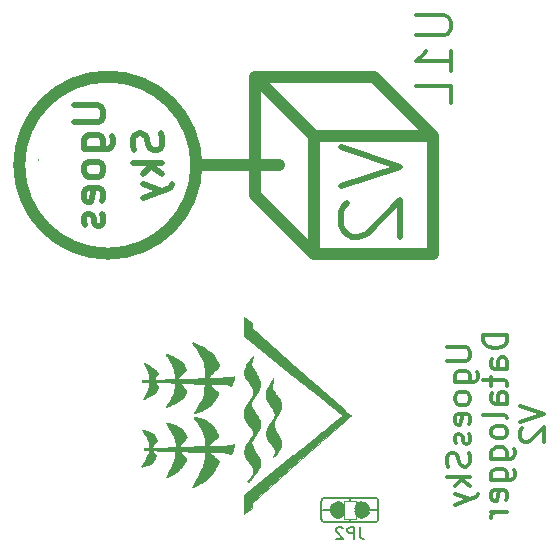
<source format=gbo>
G04 #@! TF.FileFunction,Legend,Bot*
%FSLAX46Y46*%
G04 Gerber Fmt 4.6, Leading zero omitted, Abs format (unit mm)*
G04 Created by KiCad (PCBNEW 4.0.0-rc1-stable) date Sa 26 Sep 2015 08:23:03 CEST*
%MOMM*%
G01*
G04 APERTURE LIST*
%ADD10C,0.100000*%
%ADD11C,0.300000*%
%ADD12C,0.066040*%
%ADD13C,0.152400*%
%ADD14C,1.270000*%
%ADD15C,0.010000*%
%ADD16C,1.000000*%
%ADD17C,0.004445*%
%ADD18C,0.088900*%
%ADD19C,0.150000*%
%ADD20C,0.500000*%
G04 APERTURE END LIST*
D10*
D11*
X134757143Y-54900001D02*
X137185714Y-54900001D01*
X137471429Y-55042858D01*
X137614286Y-55185715D01*
X137757143Y-55471429D01*
X137757143Y-56042858D01*
X137614286Y-56328572D01*
X137471429Y-56471429D01*
X137185714Y-56614286D01*
X134757143Y-56614286D01*
X137757143Y-59614286D02*
X137757143Y-57900001D01*
X137757143Y-58757143D02*
X134757143Y-58757143D01*
X135185714Y-58471429D01*
X135471429Y-58185715D01*
X135614286Y-57900001D01*
X137757143Y-62328572D02*
X137757143Y-60900001D01*
X134757143Y-60900001D01*
X137404762Y-83028570D02*
X139023810Y-83028570D01*
X139214286Y-83123809D01*
X139309524Y-83219047D01*
X139404762Y-83409523D01*
X139404762Y-83790475D01*
X139309524Y-83980951D01*
X139214286Y-84076190D01*
X139023810Y-84171428D01*
X137404762Y-84171428D01*
X138071429Y-85980951D02*
X139690476Y-85980951D01*
X139880952Y-85885713D01*
X139976190Y-85790475D01*
X140071429Y-85599999D01*
X140071429Y-85314285D01*
X139976190Y-85123808D01*
X139309524Y-85980951D02*
X139404762Y-85790475D01*
X139404762Y-85409523D01*
X139309524Y-85219047D01*
X139214286Y-85123808D01*
X139023810Y-85028570D01*
X138452381Y-85028570D01*
X138261905Y-85123808D01*
X138166667Y-85219047D01*
X138071429Y-85409523D01*
X138071429Y-85790475D01*
X138166667Y-85980951D01*
X139404762Y-87219047D02*
X139309524Y-87028571D01*
X139214286Y-86933332D01*
X139023810Y-86838094D01*
X138452381Y-86838094D01*
X138261905Y-86933332D01*
X138166667Y-87028571D01*
X138071429Y-87219047D01*
X138071429Y-87504761D01*
X138166667Y-87695237D01*
X138261905Y-87790475D01*
X138452381Y-87885713D01*
X139023810Y-87885713D01*
X139214286Y-87790475D01*
X139309524Y-87695237D01*
X139404762Y-87504761D01*
X139404762Y-87219047D01*
X139309524Y-89504761D02*
X139404762Y-89314285D01*
X139404762Y-88933333D01*
X139309524Y-88742856D01*
X139119048Y-88647618D01*
X138357143Y-88647618D01*
X138166667Y-88742856D01*
X138071429Y-88933333D01*
X138071429Y-89314285D01*
X138166667Y-89504761D01*
X138357143Y-89599999D01*
X138547619Y-89599999D01*
X138738095Y-88647618D01*
X139309524Y-90361904D02*
X139404762Y-90552381D01*
X139404762Y-90933333D01*
X139309524Y-91123809D01*
X139119048Y-91219047D01*
X139023810Y-91219047D01*
X138833333Y-91123809D01*
X138738095Y-90933333D01*
X138738095Y-90647619D01*
X138642857Y-90457142D01*
X138452381Y-90361904D01*
X138357143Y-90361904D01*
X138166667Y-90457142D01*
X138071429Y-90647619D01*
X138071429Y-90933333D01*
X138166667Y-91123809D01*
X139309524Y-91980952D02*
X139404762Y-92266667D01*
X139404762Y-92742857D01*
X139309524Y-92933333D01*
X139214286Y-93028571D01*
X139023810Y-93123810D01*
X138833333Y-93123810D01*
X138642857Y-93028571D01*
X138547619Y-92933333D01*
X138452381Y-92742857D01*
X138357143Y-92361905D01*
X138261905Y-92171429D01*
X138166667Y-92076190D01*
X137976190Y-91980952D01*
X137785714Y-91980952D01*
X137595238Y-92076190D01*
X137500000Y-92171429D01*
X137404762Y-92361905D01*
X137404762Y-92838095D01*
X137500000Y-93123810D01*
X139404762Y-93980952D02*
X137404762Y-93980952D01*
X138642857Y-94171429D02*
X139404762Y-94742857D01*
X138071429Y-94742857D02*
X138833333Y-93980952D01*
X138071429Y-95409524D02*
X139404762Y-95885715D01*
X138071429Y-96361905D02*
X139404762Y-95885715D01*
X139880952Y-95695239D01*
X139976190Y-95600000D01*
X140071429Y-95409524D01*
X142504762Y-81980952D02*
X140504762Y-81980952D01*
X140504762Y-82457143D01*
X140600000Y-82742857D01*
X140790476Y-82933333D01*
X140980952Y-83028572D01*
X141361905Y-83123810D01*
X141647619Y-83123810D01*
X142028571Y-83028572D01*
X142219048Y-82933333D01*
X142409524Y-82742857D01*
X142504762Y-82457143D01*
X142504762Y-81980952D01*
X142504762Y-84838095D02*
X141457143Y-84838095D01*
X141266667Y-84742857D01*
X141171429Y-84552381D01*
X141171429Y-84171429D01*
X141266667Y-83980952D01*
X142409524Y-84838095D02*
X142504762Y-84647619D01*
X142504762Y-84171429D01*
X142409524Y-83980952D01*
X142219048Y-83885714D01*
X142028571Y-83885714D01*
X141838095Y-83980952D01*
X141742857Y-84171429D01*
X141742857Y-84647619D01*
X141647619Y-84838095D01*
X141171429Y-85504762D02*
X141171429Y-86266667D01*
X140504762Y-85790476D02*
X142219048Y-85790476D01*
X142409524Y-85885715D01*
X142504762Y-86076191D01*
X142504762Y-86266667D01*
X142504762Y-87790476D02*
X141457143Y-87790476D01*
X141266667Y-87695238D01*
X141171429Y-87504762D01*
X141171429Y-87123810D01*
X141266667Y-86933333D01*
X142409524Y-87790476D02*
X142504762Y-87600000D01*
X142504762Y-87123810D01*
X142409524Y-86933333D01*
X142219048Y-86838095D01*
X142028571Y-86838095D01*
X141838095Y-86933333D01*
X141742857Y-87123810D01*
X141742857Y-87600000D01*
X141647619Y-87790476D01*
X142504762Y-89028572D02*
X142409524Y-88838096D01*
X142219048Y-88742857D01*
X140504762Y-88742857D01*
X142504762Y-90076191D02*
X142409524Y-89885715D01*
X142314286Y-89790476D01*
X142123810Y-89695238D01*
X141552381Y-89695238D01*
X141361905Y-89790476D01*
X141266667Y-89885715D01*
X141171429Y-90076191D01*
X141171429Y-90361905D01*
X141266667Y-90552381D01*
X141361905Y-90647619D01*
X141552381Y-90742857D01*
X142123810Y-90742857D01*
X142314286Y-90647619D01*
X142409524Y-90552381D01*
X142504762Y-90361905D01*
X142504762Y-90076191D01*
X141171429Y-92457143D02*
X142790476Y-92457143D01*
X142980952Y-92361905D01*
X143076190Y-92266667D01*
X143171429Y-92076191D01*
X143171429Y-91790477D01*
X143076190Y-91600000D01*
X142409524Y-92457143D02*
X142504762Y-92266667D01*
X142504762Y-91885715D01*
X142409524Y-91695239D01*
X142314286Y-91600000D01*
X142123810Y-91504762D01*
X141552381Y-91504762D01*
X141361905Y-91600000D01*
X141266667Y-91695239D01*
X141171429Y-91885715D01*
X141171429Y-92266667D01*
X141266667Y-92457143D01*
X141171429Y-94266667D02*
X142790476Y-94266667D01*
X142980952Y-94171429D01*
X143076190Y-94076191D01*
X143171429Y-93885715D01*
X143171429Y-93600001D01*
X143076190Y-93409524D01*
X142409524Y-94266667D02*
X142504762Y-94076191D01*
X142504762Y-93695239D01*
X142409524Y-93504763D01*
X142314286Y-93409524D01*
X142123810Y-93314286D01*
X141552381Y-93314286D01*
X141361905Y-93409524D01*
X141266667Y-93504763D01*
X141171429Y-93695239D01*
X141171429Y-94076191D01*
X141266667Y-94266667D01*
X142409524Y-95980953D02*
X142504762Y-95790477D01*
X142504762Y-95409525D01*
X142409524Y-95219048D01*
X142219048Y-95123810D01*
X141457143Y-95123810D01*
X141266667Y-95219048D01*
X141171429Y-95409525D01*
X141171429Y-95790477D01*
X141266667Y-95980953D01*
X141457143Y-96076191D01*
X141647619Y-96076191D01*
X141838095Y-95123810D01*
X142504762Y-96933334D02*
X141171429Y-96933334D01*
X141552381Y-96933334D02*
X141361905Y-97028573D01*
X141266667Y-97123811D01*
X141171429Y-97314287D01*
X141171429Y-97504763D01*
X143604762Y-87980952D02*
X145604762Y-88647619D01*
X143604762Y-89314286D01*
X143795238Y-89885714D02*
X143700000Y-89980952D01*
X143604762Y-90171429D01*
X143604762Y-90647619D01*
X143700000Y-90838095D01*
X143795238Y-90933333D01*
X143985714Y-91028572D01*
X144176190Y-91028572D01*
X144461905Y-90933333D01*
X145604762Y-89790476D01*
X145604762Y-91028572D01*
D12*
X129708000Y-97562000D02*
X128692000Y-97562000D01*
X128692000Y-97562000D02*
X128692000Y-96038000D01*
X129708000Y-96038000D02*
X128692000Y-96038000D01*
X129708000Y-97562000D02*
X129708000Y-96038000D01*
D13*
X127041000Y-97816000D02*
X131359000Y-97816000D01*
X126787000Y-97562000D02*
X126787000Y-96038000D01*
X131613000Y-97562000D02*
X131613000Y-96038000D01*
X131359000Y-95784000D02*
X127041000Y-95784000D01*
X127422000Y-96800000D02*
X126914000Y-96800000D01*
X130978000Y-96800000D02*
X131486000Y-96800000D01*
X129200000Y-96038000D02*
X129200000Y-95784000D01*
X129200000Y-97816000D02*
X129200000Y-97562000D01*
X126787000Y-96038000D02*
G75*
G02X127041000Y-95784000I254000J0D01*
G01*
X131359000Y-95784000D02*
G75*
G02X131613000Y-96038000I0J-254000D01*
G01*
X131613000Y-97562000D02*
G75*
G02X131359000Y-97816000I-254000J0D01*
G01*
X127041000Y-97816000D02*
G75*
G02X126787000Y-97562000I0J254000D01*
G01*
D14*
X128184000Y-96927000D02*
G75*
G02X128184000Y-96673000I0J127000D01*
G01*
X130216000Y-96673000D02*
G75*
G02X130216000Y-96927000I0J-127000D01*
G01*
D15*
G36*
X120198876Y-96491865D02*
X120199022Y-96623708D01*
X120199297Y-96737005D01*
X120199724Y-96833073D01*
X120200329Y-96913225D01*
X120201135Y-96978777D01*
X120202168Y-97031044D01*
X120203453Y-97071340D01*
X120205013Y-97100981D01*
X120206874Y-97121282D01*
X120209060Y-97133558D01*
X120211597Y-97139123D01*
X120213833Y-97139653D01*
X120225539Y-97132492D01*
X120252639Y-97114479D01*
X120293203Y-97086937D01*
X120345303Y-97051192D01*
X120407010Y-97008569D01*
X120476394Y-96960394D01*
X120551527Y-96907992D01*
X120579111Y-96888698D01*
X120929387Y-96643500D01*
X120929387Y-96203001D01*
X125095664Y-92504460D01*
X125351775Y-92277091D01*
X125603904Y-92053236D01*
X125851588Y-91833303D01*
X126094366Y-91617706D01*
X126331776Y-91406855D01*
X126563354Y-91201161D01*
X126788640Y-91001034D01*
X127007171Y-90806887D01*
X127218484Y-90619129D01*
X127422117Y-90438172D01*
X127617608Y-90264427D01*
X127804495Y-90098305D01*
X127982315Y-89940217D01*
X128150607Y-89790574D01*
X128308908Y-89649787D01*
X128456755Y-89518266D01*
X128593688Y-89396424D01*
X128719242Y-89284670D01*
X128832957Y-89183417D01*
X128934369Y-89093074D01*
X129023018Y-89014053D01*
X129098439Y-88946765D01*
X129160172Y-88891622D01*
X129207754Y-88849033D01*
X129240722Y-88819410D01*
X129258615Y-88803163D01*
X129261942Y-88799971D01*
X129254100Y-88792644D01*
X129230882Y-88771672D01*
X129192751Y-88737467D01*
X129140168Y-88690439D01*
X129073595Y-88631000D01*
X128993496Y-88559560D01*
X128900332Y-88476531D01*
X128794566Y-88382324D01*
X128676659Y-88277349D01*
X128547074Y-88162018D01*
X128406273Y-88036741D01*
X128254719Y-87901931D01*
X128092873Y-87757996D01*
X127921198Y-87605350D01*
X127740156Y-87444402D01*
X127550209Y-87275564D01*
X127351820Y-87099246D01*
X127145451Y-86915860D01*
X126931563Y-86725817D01*
X126710620Y-86529527D01*
X126483083Y-86327403D01*
X126249415Y-86119854D01*
X126010078Y-85907291D01*
X125765533Y-85690126D01*
X125516245Y-85468770D01*
X125262673Y-85243634D01*
X125095664Y-85095366D01*
X120929387Y-81396708D01*
X120929387Y-80956500D01*
X120579111Y-80711303D01*
X120502403Y-80657721D01*
X120430760Y-80607897D01*
X120366110Y-80563157D01*
X120310382Y-80524824D01*
X120265507Y-80494226D01*
X120233413Y-80472687D01*
X120216030Y-80461533D01*
X120213767Y-80460323D01*
X120210942Y-80461503D01*
X120208504Y-80468246D01*
X120206434Y-80481868D01*
X120204712Y-80503687D01*
X120203317Y-80535019D01*
X120202228Y-80577183D01*
X120201426Y-80631495D01*
X120200891Y-80699273D01*
X120200601Y-80781834D01*
X120200537Y-80880495D01*
X120200678Y-80996574D01*
X120201004Y-81131387D01*
X120201413Y-81262080D01*
X120204126Y-82069618D01*
X124391579Y-85431030D01*
X124653742Y-85641493D01*
X124911744Y-85848643D01*
X125165094Y-86052087D01*
X125413300Y-86251430D01*
X125655872Y-86446276D01*
X125892318Y-86636230D01*
X126122149Y-86820898D01*
X126344872Y-86999884D01*
X126559996Y-87172794D01*
X126767032Y-87339232D01*
X126965487Y-87498803D01*
X127154871Y-87651112D01*
X127334693Y-87795765D01*
X127504461Y-87932366D01*
X127663686Y-88060520D01*
X127811875Y-88179833D01*
X127948538Y-88289908D01*
X128073184Y-88390352D01*
X128185321Y-88480769D01*
X128284460Y-88560764D01*
X128370108Y-88629942D01*
X128441775Y-88687908D01*
X128498970Y-88734267D01*
X128541202Y-88768624D01*
X128567979Y-88790584D01*
X128578812Y-88799752D01*
X128579033Y-88800007D01*
X128570856Y-88807044D01*
X128546655Y-88826939D01*
X128506918Y-88859295D01*
X128452138Y-88903719D01*
X128382805Y-88959815D01*
X128299410Y-89027189D01*
X128202444Y-89105445D01*
X128092398Y-89194189D01*
X127969761Y-89293026D01*
X127835026Y-89401560D01*
X127688683Y-89519398D01*
X127531223Y-89646144D01*
X127363137Y-89781403D01*
X127184915Y-89924780D01*
X126997048Y-90075881D01*
X126800028Y-90234310D01*
X126594345Y-90399672D01*
X126380489Y-90571573D01*
X126158952Y-90749618D01*
X125930225Y-90933412D01*
X125694797Y-91122560D01*
X125453161Y-91316667D01*
X125205807Y-91515338D01*
X124953226Y-91718178D01*
X124695908Y-91924793D01*
X124434345Y-92134786D01*
X124388932Y-92171243D01*
X120198832Y-95534913D01*
X120198832Y-96340161D01*
X120198876Y-96491865D01*
X120198876Y-96491865D01*
G37*
X120198876Y-96491865D02*
X120199022Y-96623708D01*
X120199297Y-96737005D01*
X120199724Y-96833073D01*
X120200329Y-96913225D01*
X120201135Y-96978777D01*
X120202168Y-97031044D01*
X120203453Y-97071340D01*
X120205013Y-97100981D01*
X120206874Y-97121282D01*
X120209060Y-97133558D01*
X120211597Y-97139123D01*
X120213833Y-97139653D01*
X120225539Y-97132492D01*
X120252639Y-97114479D01*
X120293203Y-97086937D01*
X120345303Y-97051192D01*
X120407010Y-97008569D01*
X120476394Y-96960394D01*
X120551527Y-96907992D01*
X120579111Y-96888698D01*
X120929387Y-96643500D01*
X120929387Y-96203001D01*
X125095664Y-92504460D01*
X125351775Y-92277091D01*
X125603904Y-92053236D01*
X125851588Y-91833303D01*
X126094366Y-91617706D01*
X126331776Y-91406855D01*
X126563354Y-91201161D01*
X126788640Y-91001034D01*
X127007171Y-90806887D01*
X127218484Y-90619129D01*
X127422117Y-90438172D01*
X127617608Y-90264427D01*
X127804495Y-90098305D01*
X127982315Y-89940217D01*
X128150607Y-89790574D01*
X128308908Y-89649787D01*
X128456755Y-89518266D01*
X128593688Y-89396424D01*
X128719242Y-89284670D01*
X128832957Y-89183417D01*
X128934369Y-89093074D01*
X129023018Y-89014053D01*
X129098439Y-88946765D01*
X129160172Y-88891622D01*
X129207754Y-88849033D01*
X129240722Y-88819410D01*
X129258615Y-88803163D01*
X129261942Y-88799971D01*
X129254100Y-88792644D01*
X129230882Y-88771672D01*
X129192751Y-88737467D01*
X129140168Y-88690439D01*
X129073595Y-88631000D01*
X128993496Y-88559560D01*
X128900332Y-88476531D01*
X128794566Y-88382324D01*
X128676659Y-88277349D01*
X128547074Y-88162018D01*
X128406273Y-88036741D01*
X128254719Y-87901931D01*
X128092873Y-87757996D01*
X127921198Y-87605350D01*
X127740156Y-87444402D01*
X127550209Y-87275564D01*
X127351820Y-87099246D01*
X127145451Y-86915860D01*
X126931563Y-86725817D01*
X126710620Y-86529527D01*
X126483083Y-86327403D01*
X126249415Y-86119854D01*
X126010078Y-85907291D01*
X125765533Y-85690126D01*
X125516245Y-85468770D01*
X125262673Y-85243634D01*
X125095664Y-85095366D01*
X120929387Y-81396708D01*
X120929387Y-80956500D01*
X120579111Y-80711303D01*
X120502403Y-80657721D01*
X120430760Y-80607897D01*
X120366110Y-80563157D01*
X120310382Y-80524824D01*
X120265507Y-80494226D01*
X120233413Y-80472687D01*
X120216030Y-80461533D01*
X120213767Y-80460323D01*
X120210942Y-80461503D01*
X120208504Y-80468246D01*
X120206434Y-80481868D01*
X120204712Y-80503687D01*
X120203317Y-80535019D01*
X120202228Y-80577183D01*
X120201426Y-80631495D01*
X120200891Y-80699273D01*
X120200601Y-80781834D01*
X120200537Y-80880495D01*
X120200678Y-80996574D01*
X120201004Y-81131387D01*
X120201413Y-81262080D01*
X120204126Y-82069618D01*
X124391579Y-85431030D01*
X124653742Y-85641493D01*
X124911744Y-85848643D01*
X125165094Y-86052087D01*
X125413300Y-86251430D01*
X125655872Y-86446276D01*
X125892318Y-86636230D01*
X126122149Y-86820898D01*
X126344872Y-86999884D01*
X126559996Y-87172794D01*
X126767032Y-87339232D01*
X126965487Y-87498803D01*
X127154871Y-87651112D01*
X127334693Y-87795765D01*
X127504461Y-87932366D01*
X127663686Y-88060520D01*
X127811875Y-88179833D01*
X127948538Y-88289908D01*
X128073184Y-88390352D01*
X128185321Y-88480769D01*
X128284460Y-88560764D01*
X128370108Y-88629942D01*
X128441775Y-88687908D01*
X128498970Y-88734267D01*
X128541202Y-88768624D01*
X128567979Y-88790584D01*
X128578812Y-88799752D01*
X128579033Y-88800007D01*
X128570856Y-88807044D01*
X128546655Y-88826939D01*
X128506918Y-88859295D01*
X128452138Y-88903719D01*
X128382805Y-88959815D01*
X128299410Y-89027189D01*
X128202444Y-89105445D01*
X128092398Y-89194189D01*
X127969761Y-89293026D01*
X127835026Y-89401560D01*
X127688683Y-89519398D01*
X127531223Y-89646144D01*
X127363137Y-89781403D01*
X127184915Y-89924780D01*
X126997048Y-90075881D01*
X126800028Y-90234310D01*
X126594345Y-90399672D01*
X126380489Y-90571573D01*
X126158952Y-90749618D01*
X125930225Y-90933412D01*
X125694797Y-91122560D01*
X125453161Y-91316667D01*
X125205807Y-91515338D01*
X124953226Y-91718178D01*
X124695908Y-91924793D01*
X124434345Y-92134786D01*
X124388932Y-92171243D01*
X120198832Y-95534913D01*
X120198832Y-96340161D01*
X120198876Y-96491865D01*
G36*
X122086892Y-87261233D02*
X122120418Y-87383269D01*
X122171667Y-87507681D01*
X122240962Y-87637215D01*
X122309702Y-87746520D01*
X122340145Y-87791368D01*
X122378681Y-87846775D01*
X122420778Y-87906295D01*
X122461909Y-87963483D01*
X122469681Y-87974156D01*
X122532404Y-88060850D01*
X122583912Y-88133919D01*
X122626144Y-88196334D01*
X122661039Y-88251066D01*
X122690537Y-88301085D01*
X122716575Y-88349362D01*
X122723667Y-88363283D01*
X122773123Y-88473826D01*
X122805195Y-88576122D01*
X122820253Y-88673462D01*
X122818668Y-88769139D01*
X122800811Y-88866442D01*
X122785985Y-88916466D01*
X122767719Y-88967037D01*
X122746584Y-89015011D01*
X122720304Y-89064446D01*
X122686605Y-89119399D01*
X122643211Y-89183928D01*
X122607896Y-89234098D01*
X122467361Y-89442581D01*
X122346400Y-89646091D01*
X122245311Y-89844112D01*
X122219453Y-89901126D01*
X122168174Y-90026460D01*
X122130808Y-90139241D01*
X122106899Y-90242472D01*
X122095993Y-90339156D01*
X122097633Y-90432295D01*
X122111366Y-90524893D01*
X122119548Y-90560122D01*
X122140224Y-90631308D01*
X122166435Y-90701689D01*
X122199518Y-90773553D01*
X122240809Y-90849189D01*
X122291644Y-90930885D01*
X122353361Y-91020931D01*
X122427294Y-91121615D01*
X122510600Y-91229888D01*
X122591473Y-91334587D01*
X122659161Y-91425506D01*
X122714740Y-91504517D01*
X122759290Y-91573489D01*
X122793888Y-91634293D01*
X122819614Y-91688801D01*
X122837544Y-91738882D01*
X122848757Y-91786408D01*
X122853734Y-91825244D01*
X122851415Y-91908032D01*
X122829487Y-91984258D01*
X122804144Y-92032083D01*
X122791786Y-92055637D01*
X122775404Y-92092145D01*
X122756880Y-92136733D01*
X122738097Y-92184528D01*
X122720939Y-92230657D01*
X122707289Y-92270246D01*
X122699030Y-92298424D01*
X122697442Y-92308216D01*
X122704438Y-92305965D01*
X122723701Y-92290824D01*
X122752807Y-92265154D01*
X122789332Y-92231317D01*
X122830852Y-92191672D01*
X122874943Y-92148580D01*
X122919181Y-92104403D01*
X122961141Y-92061501D01*
X122998400Y-92022234D01*
X123028533Y-91988964D01*
X123043669Y-91971030D01*
X123148131Y-91827870D01*
X123231671Y-91683785D01*
X123294543Y-91538169D01*
X123336997Y-91390416D01*
X123359285Y-91239920D01*
X123361494Y-91206639D01*
X123362158Y-91092057D01*
X123350646Y-90986987D01*
X123325761Y-90882834D01*
X123309552Y-90833033D01*
X123291613Y-90784938D01*
X123270827Y-90736158D01*
X123245713Y-90683893D01*
X123214790Y-90625345D01*
X123176578Y-90557714D01*
X123129595Y-90478199D01*
X123072362Y-90384003D01*
X123069922Y-90380026D01*
X122999171Y-90262369D01*
X122940168Y-90158540D01*
X122891653Y-90065661D01*
X122852367Y-89980851D01*
X122821049Y-89901231D01*
X122796439Y-89823920D01*
X122777277Y-89746040D01*
X122765514Y-89684288D01*
X122753085Y-89580446D01*
X122752409Y-89480088D01*
X122764209Y-89380762D01*
X122789213Y-89280012D01*
X122828146Y-89175384D01*
X122881734Y-89064424D01*
X122950703Y-88944676D01*
X123012945Y-88847645D01*
X123120894Y-88676933D01*
X123210675Y-88516600D01*
X123282400Y-88366334D01*
X123336180Y-88225824D01*
X123372127Y-88094761D01*
X123390353Y-87972832D01*
X123390969Y-87859727D01*
X123385287Y-87810046D01*
X123357502Y-87689229D01*
X123311592Y-87563986D01*
X123249048Y-87437871D01*
X123186248Y-87336074D01*
X123163433Y-87303644D01*
X123130236Y-87258308D01*
X123089425Y-87203757D01*
X123043772Y-87143679D01*
X122996046Y-87081764D01*
X122975930Y-87055947D01*
X122890678Y-86945351D01*
X122818802Y-86848273D01*
X122759276Y-86762705D01*
X122711075Y-86686639D01*
X122673174Y-86618069D01*
X122644547Y-86554986D01*
X122624169Y-86495384D01*
X122611014Y-86437254D01*
X122604059Y-86378590D01*
X122602251Y-86324302D01*
X122606602Y-86261582D01*
X122618743Y-86185794D01*
X122637302Y-86102964D01*
X122660908Y-86019116D01*
X122688190Y-85940274D01*
X122691675Y-85931361D01*
X122704805Y-85894740D01*
X122712945Y-85860712D01*
X122717194Y-85822052D01*
X122718656Y-85771538D01*
X122718716Y-85754016D01*
X122717981Y-85708829D01*
X122715995Y-85672760D01*
X122713088Y-85650223D01*
X122710569Y-85644852D01*
X122702268Y-85653326D01*
X122684526Y-85676859D01*
X122659234Y-85712620D01*
X122628280Y-85757777D01*
X122593552Y-85809500D01*
X122556938Y-85864958D01*
X122520328Y-85921318D01*
X122485611Y-85975749D01*
X122454674Y-86025422D01*
X122435132Y-86057774D01*
X122398798Y-86121619D01*
X122358583Y-86196620D01*
X122316782Y-86278098D01*
X122275689Y-86361375D01*
X122237600Y-86441772D01*
X122204809Y-86514612D01*
X122179611Y-86575216D01*
X122173795Y-86590528D01*
X122123554Y-86741897D01*
X122089419Y-86881905D01*
X122071716Y-87013298D01*
X122070766Y-87138825D01*
X122086892Y-87261233D01*
X122086892Y-87261233D01*
G37*
X122086892Y-87261233D02*
X122120418Y-87383269D01*
X122171667Y-87507681D01*
X122240962Y-87637215D01*
X122309702Y-87746520D01*
X122340145Y-87791368D01*
X122378681Y-87846775D01*
X122420778Y-87906295D01*
X122461909Y-87963483D01*
X122469681Y-87974156D01*
X122532404Y-88060850D01*
X122583912Y-88133919D01*
X122626144Y-88196334D01*
X122661039Y-88251066D01*
X122690537Y-88301085D01*
X122716575Y-88349362D01*
X122723667Y-88363283D01*
X122773123Y-88473826D01*
X122805195Y-88576122D01*
X122820253Y-88673462D01*
X122818668Y-88769139D01*
X122800811Y-88866442D01*
X122785985Y-88916466D01*
X122767719Y-88967037D01*
X122746584Y-89015011D01*
X122720304Y-89064446D01*
X122686605Y-89119399D01*
X122643211Y-89183928D01*
X122607896Y-89234098D01*
X122467361Y-89442581D01*
X122346400Y-89646091D01*
X122245311Y-89844112D01*
X122219453Y-89901126D01*
X122168174Y-90026460D01*
X122130808Y-90139241D01*
X122106899Y-90242472D01*
X122095993Y-90339156D01*
X122097633Y-90432295D01*
X122111366Y-90524893D01*
X122119548Y-90560122D01*
X122140224Y-90631308D01*
X122166435Y-90701689D01*
X122199518Y-90773553D01*
X122240809Y-90849189D01*
X122291644Y-90930885D01*
X122353361Y-91020931D01*
X122427294Y-91121615D01*
X122510600Y-91229888D01*
X122591473Y-91334587D01*
X122659161Y-91425506D01*
X122714740Y-91504517D01*
X122759290Y-91573489D01*
X122793888Y-91634293D01*
X122819614Y-91688801D01*
X122837544Y-91738882D01*
X122848757Y-91786408D01*
X122853734Y-91825244D01*
X122851415Y-91908032D01*
X122829487Y-91984258D01*
X122804144Y-92032083D01*
X122791786Y-92055637D01*
X122775404Y-92092145D01*
X122756880Y-92136733D01*
X122738097Y-92184528D01*
X122720939Y-92230657D01*
X122707289Y-92270246D01*
X122699030Y-92298424D01*
X122697442Y-92308216D01*
X122704438Y-92305965D01*
X122723701Y-92290824D01*
X122752807Y-92265154D01*
X122789332Y-92231317D01*
X122830852Y-92191672D01*
X122874943Y-92148580D01*
X122919181Y-92104403D01*
X122961141Y-92061501D01*
X122998400Y-92022234D01*
X123028533Y-91988964D01*
X123043669Y-91971030D01*
X123148131Y-91827870D01*
X123231671Y-91683785D01*
X123294543Y-91538169D01*
X123336997Y-91390416D01*
X123359285Y-91239920D01*
X123361494Y-91206639D01*
X123362158Y-91092057D01*
X123350646Y-90986987D01*
X123325761Y-90882834D01*
X123309552Y-90833033D01*
X123291613Y-90784938D01*
X123270827Y-90736158D01*
X123245713Y-90683893D01*
X123214790Y-90625345D01*
X123176578Y-90557714D01*
X123129595Y-90478199D01*
X123072362Y-90384003D01*
X123069922Y-90380026D01*
X122999171Y-90262369D01*
X122940168Y-90158540D01*
X122891653Y-90065661D01*
X122852367Y-89980851D01*
X122821049Y-89901231D01*
X122796439Y-89823920D01*
X122777277Y-89746040D01*
X122765514Y-89684288D01*
X122753085Y-89580446D01*
X122752409Y-89480088D01*
X122764209Y-89380762D01*
X122789213Y-89280012D01*
X122828146Y-89175384D01*
X122881734Y-89064424D01*
X122950703Y-88944676D01*
X123012945Y-88847645D01*
X123120894Y-88676933D01*
X123210675Y-88516600D01*
X123282400Y-88366334D01*
X123336180Y-88225824D01*
X123372127Y-88094761D01*
X123390353Y-87972832D01*
X123390969Y-87859727D01*
X123385287Y-87810046D01*
X123357502Y-87689229D01*
X123311592Y-87563986D01*
X123249048Y-87437871D01*
X123186248Y-87336074D01*
X123163433Y-87303644D01*
X123130236Y-87258308D01*
X123089425Y-87203757D01*
X123043772Y-87143679D01*
X122996046Y-87081764D01*
X122975930Y-87055947D01*
X122890678Y-86945351D01*
X122818802Y-86848273D01*
X122759276Y-86762705D01*
X122711075Y-86686639D01*
X122673174Y-86618069D01*
X122644547Y-86554986D01*
X122624169Y-86495384D01*
X122611014Y-86437254D01*
X122604059Y-86378590D01*
X122602251Y-86324302D01*
X122606602Y-86261582D01*
X122618743Y-86185794D01*
X122637302Y-86102964D01*
X122660908Y-86019116D01*
X122688190Y-85940274D01*
X122691675Y-85931361D01*
X122704805Y-85894740D01*
X122712945Y-85860712D01*
X122717194Y-85822052D01*
X122718656Y-85771538D01*
X122718716Y-85754016D01*
X122717981Y-85708829D01*
X122715995Y-85672760D01*
X122713088Y-85650223D01*
X122710569Y-85644852D01*
X122702268Y-85653326D01*
X122684526Y-85676859D01*
X122659234Y-85712620D01*
X122628280Y-85757777D01*
X122593552Y-85809500D01*
X122556938Y-85864958D01*
X122520328Y-85921318D01*
X122485611Y-85975749D01*
X122454674Y-86025422D01*
X122435132Y-86057774D01*
X122398798Y-86121619D01*
X122358583Y-86196620D01*
X122316782Y-86278098D01*
X122275689Y-86361375D01*
X122237600Y-86441772D01*
X122204809Y-86514612D01*
X122179611Y-86575216D01*
X122173795Y-86590528D01*
X122123554Y-86741897D01*
X122089419Y-86881905D01*
X122071716Y-87013298D01*
X122070766Y-87138825D01*
X122086892Y-87261233D01*
G36*
X120196745Y-88694965D02*
X120220410Y-88835259D01*
X120263881Y-88978860D01*
X120319828Y-89112339D01*
X120345431Y-89164568D01*
X120373489Y-89216868D01*
X120405550Y-89271621D01*
X120443163Y-89331209D01*
X120487876Y-89398013D01*
X120541238Y-89474417D01*
X120604796Y-89562801D01*
X120674233Y-89657594D01*
X120754303Y-89767613D01*
X120821546Y-89863431D01*
X120876909Y-89946934D01*
X120921337Y-90020005D01*
X120955780Y-90084527D01*
X120981182Y-90142383D01*
X120998492Y-90195459D01*
X121008655Y-90245636D01*
X121012621Y-90294799D01*
X121012204Y-90329860D01*
X121007409Y-90382382D01*
X120996869Y-90429688D01*
X120978663Y-90475703D01*
X120950875Y-90524352D01*
X120911586Y-90579560D01*
X120858878Y-90645254D01*
X120856957Y-90647562D01*
X120732220Y-90805164D01*
X120616079Y-90967479D01*
X120511518Y-91130038D01*
X120421518Y-91288369D01*
X120394949Y-91340078D01*
X120329512Y-91485332D01*
X120280761Y-91624958D01*
X120248996Y-91757634D01*
X120234515Y-91882036D01*
X120237616Y-91996842D01*
X120240938Y-92022349D01*
X120254798Y-92096249D01*
X120274146Y-92167141D01*
X120300290Y-92237423D01*
X120334536Y-92309493D01*
X120378192Y-92385749D01*
X120432563Y-92468587D01*
X120498958Y-92560406D01*
X120578682Y-92663604D01*
X120615844Y-92710156D01*
X120694220Y-92808783D01*
X120759732Y-92894121D01*
X120813865Y-92968457D01*
X120858103Y-93034076D01*
X120893930Y-93093263D01*
X120922831Y-93148303D01*
X120946290Y-93201483D01*
X120961481Y-93242318D01*
X120990029Y-93356991D01*
X120997886Y-93475687D01*
X120985045Y-93598432D01*
X120951495Y-93725248D01*
X120897228Y-93856160D01*
X120822237Y-93991191D01*
X120726511Y-94130367D01*
X120610041Y-94273710D01*
X120565588Y-94323539D01*
X120514128Y-94379974D01*
X120542305Y-94416915D01*
X120561130Y-94439406D01*
X120575320Y-94452498D01*
X120578509Y-94453856D01*
X120589283Y-94446029D01*
X120611860Y-94423841D01*
X120644531Y-94389235D01*
X120685586Y-94344155D01*
X120733314Y-94290541D01*
X120786005Y-94230337D01*
X120841948Y-94165486D01*
X120899435Y-94097929D01*
X120956754Y-94029610D01*
X121012196Y-93962470D01*
X121025931Y-93945644D01*
X121155234Y-93783205D01*
X121268335Y-93633317D01*
X121365630Y-93495386D01*
X121447519Y-93368816D01*
X121514397Y-93253013D01*
X121566663Y-93147381D01*
X121580827Y-93114520D01*
X121609579Y-93028264D01*
X121624582Y-92939548D01*
X121625752Y-92845461D01*
X121613003Y-92743092D01*
X121586251Y-92629532D01*
X121564644Y-92558493D01*
X121546211Y-92504408D01*
X121526256Y-92451714D01*
X121503636Y-92398222D01*
X121477205Y-92341742D01*
X121445822Y-92280088D01*
X121408340Y-92211069D01*
X121363617Y-92132497D01*
X121310509Y-92042185D01*
X121247871Y-91937943D01*
X121193932Y-91849271D01*
X121103646Y-91697829D01*
X121026666Y-91561038D01*
X120963092Y-91439110D01*
X120913023Y-91332259D01*
X120876557Y-91240698D01*
X120853794Y-91164642D01*
X120844833Y-91104302D01*
X120844685Y-91096831D01*
X120846734Y-91059723D01*
X120853961Y-91024347D01*
X120867990Y-90987398D01*
X120890443Y-90945570D01*
X120922943Y-90895557D01*
X120967111Y-90834054D01*
X120986299Y-90808307D01*
X121093374Y-90661600D01*
X121193965Y-90515844D01*
X121286846Y-90373108D01*
X121370794Y-90235459D01*
X121444585Y-90104966D01*
X121506995Y-89983697D01*
X121556800Y-89873720D01*
X121587909Y-89791842D01*
X121613117Y-89691561D01*
X121625051Y-89583247D01*
X121623184Y-89475348D01*
X121612360Y-89399536D01*
X121596411Y-89330966D01*
X121577025Y-89264727D01*
X121553014Y-89198459D01*
X121523190Y-89129806D01*
X121486365Y-89056408D01*
X121441350Y-88975908D01*
X121386957Y-88885946D01*
X121321998Y-88784165D01*
X121245284Y-88668207D01*
X121239598Y-88659728D01*
X121165229Y-88548307D01*
X121101826Y-88451818D01*
X121048030Y-88367971D01*
X121002483Y-88294475D01*
X120963827Y-88229043D01*
X120930704Y-88169383D01*
X120901756Y-88113206D01*
X120875625Y-88058224D01*
X120854508Y-88010468D01*
X120831460Y-87955102D01*
X120816219Y-87913354D01*
X120807289Y-87879821D01*
X120803171Y-87849100D01*
X120802334Y-87822266D01*
X120805826Y-87763128D01*
X120817179Y-87705087D01*
X120837711Y-87645118D01*
X120868738Y-87580198D01*
X120911578Y-87507303D01*
X120967548Y-87423409D01*
X120989811Y-87391830D01*
X121090560Y-87248056D01*
X121178987Y-87116386D01*
X121257179Y-86993411D01*
X121327226Y-86875722D01*
X121391219Y-86759911D01*
X121451246Y-86642568D01*
X121459947Y-86624810D01*
X121505240Y-86528693D01*
X121540134Y-86446566D01*
X121565738Y-86374643D01*
X121583162Y-86309141D01*
X121593516Y-86246273D01*
X121597908Y-86182255D01*
X121598239Y-86153064D01*
X121595785Y-86076247D01*
X121588388Y-86002100D01*
X121575217Y-85928555D01*
X121555440Y-85853549D01*
X121528227Y-85775014D01*
X121492747Y-85690887D01*
X121448168Y-85599100D01*
X121393659Y-85497588D01*
X121328390Y-85384286D01*
X121251529Y-85257129D01*
X121212269Y-85193764D01*
X121121545Y-85045498D01*
X121042410Y-84910378D01*
X120975274Y-84789152D01*
X120920548Y-84682570D01*
X120878639Y-84591379D01*
X120866579Y-84561980D01*
X120846782Y-84501053D01*
X120836564Y-84440244D01*
X120836356Y-84376651D01*
X120846588Y-84307373D01*
X120867692Y-84229506D01*
X120900100Y-84140149D01*
X120944240Y-84036400D01*
X120944838Y-84035066D01*
X120974396Y-83965888D01*
X120994320Y-83910927D01*
X121005910Y-83866265D01*
X121009708Y-83839642D01*
X121015407Y-83776115D01*
X120966202Y-83829054D01*
X120844858Y-83965669D01*
X120730099Y-84106834D01*
X120623542Y-84250077D01*
X120526807Y-84392921D01*
X120441510Y-84532893D01*
X120369268Y-84667518D01*
X120311701Y-84794322D01*
X120280956Y-84877241D01*
X120253093Y-84970432D01*
X120233991Y-85057939D01*
X120224230Y-85141706D01*
X120224388Y-85223679D01*
X120235046Y-85305803D01*
X120256783Y-85390023D01*
X120290179Y-85478284D01*
X120335813Y-85572530D01*
X120394266Y-85674708D01*
X120466116Y-85786762D01*
X120551944Y-85910637D01*
X120614781Y-85997435D01*
X120676986Y-86082531D01*
X120728139Y-86153317D01*
X120769983Y-86212352D01*
X120804262Y-86262198D01*
X120832721Y-86305414D01*
X120857102Y-86344563D01*
X120879149Y-86382204D01*
X120890184Y-86401876D01*
X120952269Y-86528688D01*
X120994553Y-86649728D01*
X121017225Y-86766212D01*
X121020471Y-86879357D01*
X121004481Y-86990381D01*
X120989503Y-87044935D01*
X120971401Y-87097122D01*
X120950688Y-87145923D01*
X120925497Y-87194246D01*
X120893963Y-87244999D01*
X120854218Y-87301089D01*
X120804398Y-87365424D01*
X120742635Y-87440912D01*
X120711685Y-87477829D01*
X120622293Y-87590011D01*
X120535676Y-87710390D01*
X120454889Y-87834168D01*
X120382989Y-87956548D01*
X120323032Y-88072733D01*
X120299290Y-88125131D01*
X120244160Y-88273061D01*
X120208664Y-88415952D01*
X120192845Y-88555891D01*
X120196745Y-88694965D01*
X120196745Y-88694965D01*
G37*
X120196745Y-88694965D02*
X120220410Y-88835259D01*
X120263881Y-88978860D01*
X120319828Y-89112339D01*
X120345431Y-89164568D01*
X120373489Y-89216868D01*
X120405550Y-89271621D01*
X120443163Y-89331209D01*
X120487876Y-89398013D01*
X120541238Y-89474417D01*
X120604796Y-89562801D01*
X120674233Y-89657594D01*
X120754303Y-89767613D01*
X120821546Y-89863431D01*
X120876909Y-89946934D01*
X120921337Y-90020005D01*
X120955780Y-90084527D01*
X120981182Y-90142383D01*
X120998492Y-90195459D01*
X121008655Y-90245636D01*
X121012621Y-90294799D01*
X121012204Y-90329860D01*
X121007409Y-90382382D01*
X120996869Y-90429688D01*
X120978663Y-90475703D01*
X120950875Y-90524352D01*
X120911586Y-90579560D01*
X120858878Y-90645254D01*
X120856957Y-90647562D01*
X120732220Y-90805164D01*
X120616079Y-90967479D01*
X120511518Y-91130038D01*
X120421518Y-91288369D01*
X120394949Y-91340078D01*
X120329512Y-91485332D01*
X120280761Y-91624958D01*
X120248996Y-91757634D01*
X120234515Y-91882036D01*
X120237616Y-91996842D01*
X120240938Y-92022349D01*
X120254798Y-92096249D01*
X120274146Y-92167141D01*
X120300290Y-92237423D01*
X120334536Y-92309493D01*
X120378192Y-92385749D01*
X120432563Y-92468587D01*
X120498958Y-92560406D01*
X120578682Y-92663604D01*
X120615844Y-92710156D01*
X120694220Y-92808783D01*
X120759732Y-92894121D01*
X120813865Y-92968457D01*
X120858103Y-93034076D01*
X120893930Y-93093263D01*
X120922831Y-93148303D01*
X120946290Y-93201483D01*
X120961481Y-93242318D01*
X120990029Y-93356991D01*
X120997886Y-93475687D01*
X120985045Y-93598432D01*
X120951495Y-93725248D01*
X120897228Y-93856160D01*
X120822237Y-93991191D01*
X120726511Y-94130367D01*
X120610041Y-94273710D01*
X120565588Y-94323539D01*
X120514128Y-94379974D01*
X120542305Y-94416915D01*
X120561130Y-94439406D01*
X120575320Y-94452498D01*
X120578509Y-94453856D01*
X120589283Y-94446029D01*
X120611860Y-94423841D01*
X120644531Y-94389235D01*
X120685586Y-94344155D01*
X120733314Y-94290541D01*
X120786005Y-94230337D01*
X120841948Y-94165486D01*
X120899435Y-94097929D01*
X120956754Y-94029610D01*
X121012196Y-93962470D01*
X121025931Y-93945644D01*
X121155234Y-93783205D01*
X121268335Y-93633317D01*
X121365630Y-93495386D01*
X121447519Y-93368816D01*
X121514397Y-93253013D01*
X121566663Y-93147381D01*
X121580827Y-93114520D01*
X121609579Y-93028264D01*
X121624582Y-92939548D01*
X121625752Y-92845461D01*
X121613003Y-92743092D01*
X121586251Y-92629532D01*
X121564644Y-92558493D01*
X121546211Y-92504408D01*
X121526256Y-92451714D01*
X121503636Y-92398222D01*
X121477205Y-92341742D01*
X121445822Y-92280088D01*
X121408340Y-92211069D01*
X121363617Y-92132497D01*
X121310509Y-92042185D01*
X121247871Y-91937943D01*
X121193932Y-91849271D01*
X121103646Y-91697829D01*
X121026666Y-91561038D01*
X120963092Y-91439110D01*
X120913023Y-91332259D01*
X120876557Y-91240698D01*
X120853794Y-91164642D01*
X120844833Y-91104302D01*
X120844685Y-91096831D01*
X120846734Y-91059723D01*
X120853961Y-91024347D01*
X120867990Y-90987398D01*
X120890443Y-90945570D01*
X120922943Y-90895557D01*
X120967111Y-90834054D01*
X120986299Y-90808307D01*
X121093374Y-90661600D01*
X121193965Y-90515844D01*
X121286846Y-90373108D01*
X121370794Y-90235459D01*
X121444585Y-90104966D01*
X121506995Y-89983697D01*
X121556800Y-89873720D01*
X121587909Y-89791842D01*
X121613117Y-89691561D01*
X121625051Y-89583247D01*
X121623184Y-89475348D01*
X121612360Y-89399536D01*
X121596411Y-89330966D01*
X121577025Y-89264727D01*
X121553014Y-89198459D01*
X121523190Y-89129806D01*
X121486365Y-89056408D01*
X121441350Y-88975908D01*
X121386957Y-88885946D01*
X121321998Y-88784165D01*
X121245284Y-88668207D01*
X121239598Y-88659728D01*
X121165229Y-88548307D01*
X121101826Y-88451818D01*
X121048030Y-88367971D01*
X121002483Y-88294475D01*
X120963827Y-88229043D01*
X120930704Y-88169383D01*
X120901756Y-88113206D01*
X120875625Y-88058224D01*
X120854508Y-88010468D01*
X120831460Y-87955102D01*
X120816219Y-87913354D01*
X120807289Y-87879821D01*
X120803171Y-87849100D01*
X120802334Y-87822266D01*
X120805826Y-87763128D01*
X120817179Y-87705087D01*
X120837711Y-87645118D01*
X120868738Y-87580198D01*
X120911578Y-87507303D01*
X120967548Y-87423409D01*
X120989811Y-87391830D01*
X121090560Y-87248056D01*
X121178987Y-87116386D01*
X121257179Y-86993411D01*
X121327226Y-86875722D01*
X121391219Y-86759911D01*
X121451246Y-86642568D01*
X121459947Y-86624810D01*
X121505240Y-86528693D01*
X121540134Y-86446566D01*
X121565738Y-86374643D01*
X121583162Y-86309141D01*
X121593516Y-86246273D01*
X121597908Y-86182255D01*
X121598239Y-86153064D01*
X121595785Y-86076247D01*
X121588388Y-86002100D01*
X121575217Y-85928555D01*
X121555440Y-85853549D01*
X121528227Y-85775014D01*
X121492747Y-85690887D01*
X121448168Y-85599100D01*
X121393659Y-85497588D01*
X121328390Y-85384286D01*
X121251529Y-85257129D01*
X121212269Y-85193764D01*
X121121545Y-85045498D01*
X121042410Y-84910378D01*
X120975274Y-84789152D01*
X120920548Y-84682570D01*
X120878639Y-84591379D01*
X120866579Y-84561980D01*
X120846782Y-84501053D01*
X120836564Y-84440244D01*
X120836356Y-84376651D01*
X120846588Y-84307373D01*
X120867692Y-84229506D01*
X120900100Y-84140149D01*
X120944240Y-84036400D01*
X120944838Y-84035066D01*
X120974396Y-83965888D01*
X120994320Y-83910927D01*
X121005910Y-83866265D01*
X121009708Y-83839642D01*
X121015407Y-83776115D01*
X120966202Y-83829054D01*
X120844858Y-83965669D01*
X120730099Y-84106834D01*
X120623542Y-84250077D01*
X120526807Y-84392921D01*
X120441510Y-84532893D01*
X120369268Y-84667518D01*
X120311701Y-84794322D01*
X120280956Y-84877241D01*
X120253093Y-84970432D01*
X120233991Y-85057939D01*
X120224230Y-85141706D01*
X120224388Y-85223679D01*
X120235046Y-85305803D01*
X120256783Y-85390023D01*
X120290179Y-85478284D01*
X120335813Y-85572530D01*
X120394266Y-85674708D01*
X120466116Y-85786762D01*
X120551944Y-85910637D01*
X120614781Y-85997435D01*
X120676986Y-86082531D01*
X120728139Y-86153317D01*
X120769983Y-86212352D01*
X120804262Y-86262198D01*
X120832721Y-86305414D01*
X120857102Y-86344563D01*
X120879149Y-86382204D01*
X120890184Y-86401876D01*
X120952269Y-86528688D01*
X120994553Y-86649728D01*
X121017225Y-86766212D01*
X121020471Y-86879357D01*
X121004481Y-86990381D01*
X120989503Y-87044935D01*
X120971401Y-87097122D01*
X120950688Y-87145923D01*
X120925497Y-87194246D01*
X120893963Y-87244999D01*
X120854218Y-87301089D01*
X120804398Y-87365424D01*
X120742635Y-87440912D01*
X120711685Y-87477829D01*
X120622293Y-87590011D01*
X120535676Y-87710390D01*
X120454889Y-87834168D01*
X120382989Y-87956548D01*
X120323032Y-88072733D01*
X120299290Y-88125131D01*
X120244160Y-88273061D01*
X120208664Y-88415952D01*
X120192845Y-88555891D01*
X120196745Y-88694965D01*
G36*
X111571276Y-85898544D02*
X111571739Y-85899912D01*
X111581337Y-85927445D01*
X111747630Y-85934342D01*
X111815528Y-85936862D01*
X111886044Y-85938974D01*
X111951923Y-85940493D01*
X112005909Y-85941232D01*
X112017738Y-85941274D01*
X112121555Y-85941309D01*
X112149096Y-86001467D01*
X112176637Y-86061624D01*
X112163789Y-86220697D01*
X112151045Y-86348669D01*
X112134446Y-86459838D01*
X112113065Y-86558372D01*
X112085976Y-86648439D01*
X112052253Y-86734208D01*
X112047009Y-86745978D01*
X112000913Y-86843914D01*
X111946578Y-86952573D01*
X111887586Y-87065110D01*
X111827521Y-87174679D01*
X111773618Y-87268287D01*
X111748402Y-87312150D01*
X111728487Y-87349339D01*
X111715724Y-87376201D01*
X111711964Y-87389083D01*
X111712193Y-87389504D01*
X111728508Y-87391809D01*
X111761139Y-87384325D01*
X111808134Y-87367974D01*
X111867543Y-87343678D01*
X111937413Y-87312358D01*
X112015794Y-87274935D01*
X112100734Y-87232331D01*
X112190282Y-87185467D01*
X112282486Y-87135266D01*
X112375395Y-87082648D01*
X112431450Y-87049837D01*
X112510538Y-87001750D01*
X112573240Y-86960764D01*
X112622293Y-86924887D01*
X112660432Y-86892125D01*
X112688730Y-86862443D01*
X112715031Y-86829143D01*
X112747206Y-86784414D01*
X112783276Y-86731441D01*
X112821259Y-86673408D01*
X112859174Y-86613500D01*
X112895041Y-86554901D01*
X112926879Y-86500795D01*
X112952706Y-86454368D01*
X112970542Y-86418804D01*
X112978407Y-86397287D01*
X112978510Y-86396582D01*
X112979580Y-86371823D01*
X112974439Y-86349363D01*
X112960770Y-86325403D01*
X112936260Y-86296145D01*
X112898594Y-86257788D01*
X112887106Y-86246581D01*
X112848333Y-86207375D01*
X112812885Y-86168713D01*
X112785065Y-86135452D01*
X112770684Y-86115150D01*
X112755710Y-86083323D01*
X112744060Y-86046800D01*
X112736976Y-86011677D01*
X112735699Y-85984053D01*
X112741165Y-85970204D01*
X112752991Y-85969618D01*
X112784302Y-85969711D01*
X112833419Y-85970440D01*
X112898666Y-85971764D01*
X112978364Y-85973642D01*
X113070835Y-85976032D01*
X113174400Y-85978892D01*
X113287382Y-85982182D01*
X113408103Y-85985859D01*
X113528553Y-85989678D01*
X113655700Y-85993776D01*
X113777168Y-85997675D01*
X113891220Y-86001319D01*
X113996122Y-86004655D01*
X114090138Y-86007627D01*
X114171532Y-86010181D01*
X114238568Y-86012262D01*
X114289513Y-86013815D01*
X114322629Y-86014786D01*
X114335869Y-86015118D01*
X114364985Y-86015424D01*
X114364949Y-86224531D01*
X114363039Y-86373053D01*
X114357170Y-86503166D01*
X114347056Y-86617313D01*
X114332406Y-86717943D01*
X114312934Y-86807498D01*
X114288351Y-86888426D01*
X114285839Y-86895476D01*
X114252901Y-86977148D01*
X114208180Y-87073103D01*
X114153006Y-87181000D01*
X114088708Y-87298496D01*
X114016616Y-87423249D01*
X113938061Y-87552917D01*
X113854372Y-87685157D01*
X113766881Y-87817626D01*
X113738693Y-87859103D01*
X113694246Y-87925134D01*
X113662151Y-87975384D01*
X113641831Y-88010845D01*
X113632710Y-88032508D01*
X113633211Y-88040698D01*
X113649945Y-88044093D01*
X113683358Y-88039830D01*
X113730700Y-88028661D01*
X113789218Y-88011342D01*
X113856159Y-87988626D01*
X113928771Y-87961269D01*
X113941475Y-87956213D01*
X114039395Y-87915187D01*
X114143229Y-87868518D01*
X114250697Y-87817469D01*
X114359518Y-87763302D01*
X114467411Y-87707279D01*
X114572095Y-87650663D01*
X114671289Y-87594716D01*
X114762713Y-87540700D01*
X114844085Y-87489878D01*
X114913126Y-87443513D01*
X114967553Y-87402866D01*
X115005086Y-87369200D01*
X115008273Y-87365770D01*
X115046600Y-87319063D01*
X115088731Y-87260265D01*
X115132783Y-87192775D01*
X115176873Y-87119992D01*
X115219116Y-87045318D01*
X115257630Y-86972151D01*
X115290532Y-86903892D01*
X115315936Y-86843940D01*
X115331961Y-86795695D01*
X115336308Y-86773630D01*
X115337023Y-86741896D01*
X115331162Y-86709098D01*
X115317487Y-86673248D01*
X115294762Y-86632359D01*
X115261749Y-86584441D01*
X115217212Y-86527506D01*
X115159915Y-86459566D01*
X115095191Y-86385995D01*
X115053929Y-86338825D01*
X115014726Y-86292404D01*
X114981225Y-86251157D01*
X114957068Y-86219507D01*
X114951349Y-86211297D01*
X114925444Y-86166558D01*
X114910582Y-86127995D01*
X114907694Y-86099006D01*
X114916420Y-86083705D01*
X114930514Y-86081611D01*
X114963775Y-86080136D01*
X115014393Y-86079240D01*
X115080561Y-86078886D01*
X115160467Y-86079035D01*
X115252304Y-86079649D01*
X115354261Y-86080691D01*
X115464530Y-86082122D01*
X115581301Y-86083905D01*
X115702766Y-86086000D01*
X115827115Y-86088371D01*
X115952538Y-86090979D01*
X116077227Y-86093785D01*
X116199372Y-86096752D01*
X116317164Y-86099843D01*
X116428794Y-86103017D01*
X116532452Y-86106239D01*
X116626330Y-86109469D01*
X116708618Y-86112669D01*
X116777507Y-86115802D01*
X116831187Y-86118829D01*
X116867851Y-86121712D01*
X116885687Y-86124414D01*
X116887092Y-86125177D01*
X116889936Y-86141049D01*
X116891224Y-86175098D01*
X116891105Y-86224395D01*
X116889731Y-86286012D01*
X116887252Y-86357018D01*
X116883818Y-86434484D01*
X116879580Y-86515482D01*
X116874689Y-86597082D01*
X116869294Y-86676354D01*
X116863547Y-86750370D01*
X116857597Y-86816201D01*
X116851596Y-86870916D01*
X116847128Y-86903046D01*
X116833982Y-86979403D01*
X116819608Y-87048282D01*
X116802733Y-87113231D01*
X116782084Y-87177798D01*
X116756387Y-87245532D01*
X116724368Y-87319980D01*
X116684756Y-87404691D01*
X116636276Y-87503212D01*
X116620431Y-87534765D01*
X116448045Y-87855717D01*
X116258998Y-88166871D01*
X116140631Y-88344684D01*
X116102488Y-88400699D01*
X116068459Y-88451644D01*
X116040400Y-88494662D01*
X116020165Y-88526896D01*
X116009610Y-88545489D01*
X116008598Y-88548018D01*
X116012032Y-88565499D01*
X116032798Y-88574078D01*
X116069251Y-88574254D01*
X116119749Y-88566526D01*
X116182649Y-88551394D01*
X116256308Y-88529357D01*
X116339082Y-88500914D01*
X116429328Y-88466564D01*
X116525404Y-88426806D01*
X116625666Y-88382140D01*
X116728470Y-88333065D01*
X116747919Y-88323402D01*
X116873790Y-88258751D01*
X116993088Y-88194123D01*
X117103902Y-88130710D01*
X117204322Y-88069704D01*
X117292438Y-88012295D01*
X117366338Y-87959676D01*
X117424111Y-87913038D01*
X117457282Y-87881003D01*
X117506227Y-87823846D01*
X117561622Y-87752614D01*
X117621469Y-87670435D01*
X117683769Y-87580439D01*
X117746524Y-87485755D01*
X117807736Y-87389512D01*
X117865406Y-87294840D01*
X117917537Y-87204866D01*
X117962129Y-87122721D01*
X117997186Y-87051534D01*
X118017110Y-87004342D01*
X118028125Y-86964839D01*
X118030049Y-86926029D01*
X118021811Y-86886321D01*
X118002335Y-86844122D01*
X117970549Y-86797842D01*
X117925379Y-86745889D01*
X117865752Y-86686670D01*
X117790593Y-86618595D01*
X117710712Y-86550063D01*
X117625312Y-86476576D01*
X117554472Y-86412381D01*
X117498820Y-86358103D01*
X117458985Y-86314372D01*
X117435595Y-86281813D01*
X117430386Y-86270313D01*
X117428440Y-86242507D01*
X117434836Y-86207955D01*
X117435917Y-86204531D01*
X117443536Y-86176269D01*
X117441986Y-86158709D01*
X117432558Y-86145167D01*
X117429749Y-86141187D01*
X117430227Y-86137910D01*
X117435579Y-86135332D01*
X117447393Y-86133451D01*
X117467256Y-86132265D01*
X117496757Y-86131769D01*
X117537481Y-86131963D01*
X117591018Y-86132843D01*
X117658953Y-86134407D01*
X117742876Y-86136652D01*
X117844373Y-86139576D01*
X117965032Y-86143175D01*
X117999968Y-86144228D01*
X118113825Y-86147612D01*
X118224965Y-86150816D01*
X118330905Y-86153775D01*
X118429162Y-86156425D01*
X118517250Y-86158699D01*
X118592688Y-86160533D01*
X118652990Y-86161863D01*
X118695672Y-86162622D01*
X118707928Y-86162757D01*
X118831656Y-86163652D01*
X118898508Y-86211376D01*
X118964145Y-86255579D01*
X119017324Y-86284962D01*
X119060139Y-86300094D01*
X119094680Y-86301541D01*
X119123039Y-86289871D01*
X119138343Y-86276396D01*
X119162678Y-86243011D01*
X119190814Y-86192551D01*
X119221461Y-86128495D01*
X119253331Y-86054322D01*
X119285137Y-85973511D01*
X119315591Y-85889542D01*
X119343403Y-85805894D01*
X119367285Y-85726046D01*
X119385950Y-85653479D01*
X119398109Y-85591670D01*
X119401322Y-85566146D01*
X119404331Y-85529244D01*
X119403711Y-85508145D01*
X119398032Y-85497594D01*
X119385864Y-85492332D01*
X119380899Y-85491041D01*
X119355085Y-85491184D01*
X119312549Y-85499608D01*
X119255832Y-85515798D01*
X119251035Y-85517324D01*
X119192252Y-85534326D01*
X119135163Y-85546355D01*
X119071668Y-85554848D01*
X119009025Y-85560186D01*
X118955652Y-85563501D01*
X118886656Y-85567048D01*
X118804084Y-85570768D01*
X118709982Y-85574605D01*
X118606398Y-85578503D01*
X118495376Y-85582403D01*
X118378965Y-85586249D01*
X118259209Y-85589985D01*
X118138155Y-85593553D01*
X118017850Y-85596896D01*
X117900341Y-85599958D01*
X117787672Y-85602681D01*
X117681892Y-85605009D01*
X117585046Y-85606885D01*
X117499180Y-85608252D01*
X117426342Y-85609052D01*
X117368576Y-85609230D01*
X117327931Y-85608728D01*
X117306743Y-85607530D01*
X117271158Y-85598778D01*
X117253711Y-85582862D01*
X117252971Y-85556780D01*
X117265717Y-85521441D01*
X117281958Y-85490852D01*
X117304920Y-85457366D01*
X117336143Y-85419356D01*
X117377165Y-85375193D01*
X117429524Y-85323252D01*
X117494760Y-85261903D01*
X117574409Y-85189520D01*
X117607326Y-85160075D01*
X117710185Y-85067543D01*
X117797685Y-84986921D01*
X117871044Y-84916941D01*
X117931482Y-84856335D01*
X117980216Y-84803838D01*
X118018464Y-84758182D01*
X118047446Y-84718101D01*
X118068379Y-84682326D01*
X118070154Y-84678779D01*
X118088207Y-84638318D01*
X118097794Y-84603551D01*
X118098608Y-84569214D01*
X118090343Y-84530044D01*
X118072693Y-84480781D01*
X118056331Y-84441528D01*
X118009200Y-84337076D01*
X117955963Y-84228628D01*
X117898122Y-84118614D01*
X117837183Y-84009464D01*
X117774649Y-83903607D01*
X117712024Y-83803473D01*
X117650811Y-83711491D01*
X117592515Y-83630091D01*
X117538639Y-83561703D01*
X117490687Y-83508755D01*
X117463589Y-83483919D01*
X117438088Y-83464892D01*
X117396857Y-83436513D01*
X117342320Y-83400333D01*
X117276901Y-83357899D01*
X117203023Y-83310762D01*
X117123112Y-83260471D01*
X117039590Y-83208574D01*
X116954883Y-83156622D01*
X116890162Y-83117427D01*
X116744420Y-83030862D01*
X116606444Y-82951215D01*
X116477181Y-82878941D01*
X116357575Y-82814493D01*
X116248572Y-82758323D01*
X116151118Y-82710884D01*
X116066159Y-82672629D01*
X115994640Y-82644011D01*
X115937507Y-82625483D01*
X115895705Y-82617498D01*
X115870180Y-82620509D01*
X115864017Y-82625944D01*
X115866996Y-82638651D01*
X115880503Y-82664394D01*
X115902308Y-82699309D01*
X115927396Y-82735679D01*
X116030974Y-82883582D01*
X116137605Y-83042967D01*
X116243900Y-83208448D01*
X116346471Y-83374637D01*
X116441930Y-83536146D01*
X116526889Y-83687587D01*
X116531833Y-83696707D01*
X116606442Y-83837515D01*
X116669987Y-83964417D01*
X116723660Y-84080774D01*
X116768650Y-84189949D01*
X116806148Y-84295306D01*
X116837346Y-84400206D01*
X116863433Y-84508013D01*
X116885600Y-84622089D01*
X116905039Y-84745796D01*
X116906201Y-84753998D01*
X116916700Y-84835635D01*
X116926851Y-84927637D01*
X116936261Y-85025148D01*
X116944531Y-85123313D01*
X116951268Y-85217276D01*
X116956075Y-85302181D01*
X116958556Y-85373172D01*
X116958808Y-85399520D01*
X116955854Y-85466431D01*
X116945912Y-85517847D01*
X116926973Y-85558855D01*
X116897028Y-85594543D01*
X116873751Y-85614868D01*
X116836164Y-85645128D01*
X115720424Y-85681903D01*
X115568565Y-85686853D01*
X115422694Y-85691501D01*
X115284202Y-85695809D01*
X115154476Y-85699737D01*
X115034907Y-85703248D01*
X114926882Y-85706303D01*
X114831792Y-85708864D01*
X114751025Y-85710891D01*
X114685971Y-85712347D01*
X114638018Y-85713193D01*
X114608555Y-85713391D01*
X114598971Y-85712963D01*
X114600222Y-85701210D01*
X114609568Y-85677156D01*
X114619092Y-85657523D01*
X114635974Y-85633026D01*
X114668491Y-85594389D01*
X114716581Y-85541682D01*
X114780177Y-85474973D01*
X114859217Y-85394333D01*
X114923292Y-85330039D01*
X115010930Y-85241923D01*
X115084154Y-85166697D01*
X115144153Y-85102933D01*
X115192119Y-85049209D01*
X115229241Y-85004098D01*
X115256710Y-84966177D01*
X115275716Y-84934019D01*
X115287451Y-84906200D01*
X115291927Y-84888812D01*
X115290661Y-84856049D01*
X115278626Y-84808989D01*
X115257320Y-84750592D01*
X115228246Y-84683817D01*
X115192904Y-84611625D01*
X115152794Y-84536975D01*
X115109417Y-84462829D01*
X115064274Y-84392146D01*
X115018867Y-84327886D01*
X114987082Y-84287535D01*
X114958626Y-84256720D01*
X114922983Y-84224709D01*
X114878138Y-84190104D01*
X114822078Y-84151510D01*
X114752787Y-84107531D01*
X114668253Y-84056770D01*
X114582034Y-84006746D01*
X114479962Y-83949721D01*
X114375462Y-83894131D01*
X114270351Y-83840740D01*
X114166451Y-83790313D01*
X114065581Y-83743614D01*
X113969560Y-83701408D01*
X113880208Y-83664459D01*
X113799345Y-83633532D01*
X113728791Y-83609392D01*
X113670365Y-83592802D01*
X113625887Y-83584527D01*
X113597176Y-83585332D01*
X113589079Y-83589595D01*
X113586088Y-83603533D01*
X113597714Y-83627292D01*
X113607191Y-83640872D01*
X113633715Y-83678175D01*
X113669051Y-83729763D01*
X113710796Y-83791961D01*
X113756547Y-83861092D01*
X113803902Y-83933481D01*
X113850458Y-84005451D01*
X113893812Y-84073327D01*
X113931562Y-84133432D01*
X113961304Y-84182089D01*
X113965051Y-84188384D01*
X114037977Y-84315647D01*
X114104940Y-84440796D01*
X114164547Y-84560898D01*
X114215402Y-84673022D01*
X114256109Y-84774233D01*
X114285205Y-84861359D01*
X114300422Y-84921692D01*
X114315079Y-84994033D01*
X114328877Y-85075323D01*
X114341516Y-85162504D01*
X114352696Y-85252515D01*
X114362119Y-85342297D01*
X114369485Y-85428790D01*
X114374495Y-85508935D01*
X114376849Y-85579673D01*
X114376248Y-85637944D01*
X114372393Y-85680688D01*
X114367305Y-85700438D01*
X114359961Y-85715085D01*
X114349982Y-85723790D01*
X114332292Y-85728136D01*
X114301816Y-85729708D01*
X114272604Y-85729993D01*
X114248353Y-85730414D01*
X114204864Y-85731490D01*
X114144065Y-85733161D01*
X114067882Y-85735370D01*
X113978242Y-85738059D01*
X113877070Y-85741169D01*
X113766293Y-85744641D01*
X113647839Y-85748418D01*
X113523632Y-85752440D01*
X113433263Y-85755406D01*
X113287965Y-85760060D01*
X113155225Y-85764030D01*
X113036099Y-85767295D01*
X112931646Y-85769835D01*
X112842921Y-85771627D01*
X112770983Y-85772652D01*
X112716888Y-85772888D01*
X112681694Y-85772314D01*
X112666458Y-85770910D01*
X112665987Y-85770654D01*
X112660272Y-85755801D01*
X112655114Y-85726169D01*
X112651622Y-85688150D01*
X112651604Y-85687823D01*
X112651587Y-85639681D01*
X112658625Y-85596629D01*
X112674557Y-85555155D01*
X112701222Y-85511744D01*
X112740461Y-85462883D01*
X112794112Y-85405059D01*
X112806090Y-85392766D01*
X112857326Y-85338497D01*
X112893880Y-85295336D01*
X112915062Y-85264139D01*
X112920037Y-85251837D01*
X112921288Y-85231191D01*
X112915084Y-85207908D01*
X112899814Y-85179285D01*
X112873867Y-85142616D01*
X112835634Y-85095196D01*
X112806068Y-85060391D01*
X112743662Y-84989003D01*
X112690344Y-84931120D01*
X112642437Y-84883353D01*
X112596261Y-84842312D01*
X112548140Y-84804608D01*
X112494394Y-84766852D01*
X112469805Y-84750521D01*
X112363407Y-84681726D01*
X112260760Y-84617266D01*
X112163401Y-84557990D01*
X112072867Y-84504743D01*
X111990693Y-84458374D01*
X111918417Y-84419729D01*
X111857575Y-84389654D01*
X111809703Y-84368997D01*
X111776339Y-84358604D01*
X111759474Y-84359013D01*
X111761389Y-84369665D01*
X111771761Y-84396474D01*
X111789389Y-84436751D01*
X111813071Y-84487809D01*
X111841605Y-84546961D01*
X111861401Y-84586914D01*
X111923983Y-84713117D01*
X111980178Y-84828780D01*
X112029334Y-84932490D01*
X112070801Y-85022837D01*
X112103927Y-85098409D01*
X112128061Y-85157796D01*
X112139452Y-85189579D01*
X112162031Y-85274027D01*
X112181429Y-85379214D01*
X112197658Y-85505216D01*
X112206171Y-85594260D01*
X112211541Y-85662627D01*
X112213279Y-85712879D01*
X112209789Y-85747978D01*
X112199476Y-85770886D01*
X112180747Y-85784564D01*
X112152007Y-85791976D01*
X112111660Y-85796083D01*
X112096961Y-85797119D01*
X112056782Y-85799457D01*
X112001017Y-85802133D01*
X111935248Y-85804908D01*
X111865056Y-85807543D01*
X111813338Y-85809269D01*
X111749928Y-85811522D01*
X111692943Y-85814043D01*
X111646121Y-85816627D01*
X111613201Y-85819069D01*
X111598251Y-85821059D01*
X111577532Y-85837021D01*
X111567741Y-85865228D01*
X111571276Y-85898544D01*
X111571276Y-85898544D01*
G37*
X111571276Y-85898544D02*
X111571739Y-85899912D01*
X111581337Y-85927445D01*
X111747630Y-85934342D01*
X111815528Y-85936862D01*
X111886044Y-85938974D01*
X111951923Y-85940493D01*
X112005909Y-85941232D01*
X112017738Y-85941274D01*
X112121555Y-85941309D01*
X112149096Y-86001467D01*
X112176637Y-86061624D01*
X112163789Y-86220697D01*
X112151045Y-86348669D01*
X112134446Y-86459838D01*
X112113065Y-86558372D01*
X112085976Y-86648439D01*
X112052253Y-86734208D01*
X112047009Y-86745978D01*
X112000913Y-86843914D01*
X111946578Y-86952573D01*
X111887586Y-87065110D01*
X111827521Y-87174679D01*
X111773618Y-87268287D01*
X111748402Y-87312150D01*
X111728487Y-87349339D01*
X111715724Y-87376201D01*
X111711964Y-87389083D01*
X111712193Y-87389504D01*
X111728508Y-87391809D01*
X111761139Y-87384325D01*
X111808134Y-87367974D01*
X111867543Y-87343678D01*
X111937413Y-87312358D01*
X112015794Y-87274935D01*
X112100734Y-87232331D01*
X112190282Y-87185467D01*
X112282486Y-87135266D01*
X112375395Y-87082648D01*
X112431450Y-87049837D01*
X112510538Y-87001750D01*
X112573240Y-86960764D01*
X112622293Y-86924887D01*
X112660432Y-86892125D01*
X112688730Y-86862443D01*
X112715031Y-86829143D01*
X112747206Y-86784414D01*
X112783276Y-86731441D01*
X112821259Y-86673408D01*
X112859174Y-86613500D01*
X112895041Y-86554901D01*
X112926879Y-86500795D01*
X112952706Y-86454368D01*
X112970542Y-86418804D01*
X112978407Y-86397287D01*
X112978510Y-86396582D01*
X112979580Y-86371823D01*
X112974439Y-86349363D01*
X112960770Y-86325403D01*
X112936260Y-86296145D01*
X112898594Y-86257788D01*
X112887106Y-86246581D01*
X112848333Y-86207375D01*
X112812885Y-86168713D01*
X112785065Y-86135452D01*
X112770684Y-86115150D01*
X112755710Y-86083323D01*
X112744060Y-86046800D01*
X112736976Y-86011677D01*
X112735699Y-85984053D01*
X112741165Y-85970204D01*
X112752991Y-85969618D01*
X112784302Y-85969711D01*
X112833419Y-85970440D01*
X112898666Y-85971764D01*
X112978364Y-85973642D01*
X113070835Y-85976032D01*
X113174400Y-85978892D01*
X113287382Y-85982182D01*
X113408103Y-85985859D01*
X113528553Y-85989678D01*
X113655700Y-85993776D01*
X113777168Y-85997675D01*
X113891220Y-86001319D01*
X113996122Y-86004655D01*
X114090138Y-86007627D01*
X114171532Y-86010181D01*
X114238568Y-86012262D01*
X114289513Y-86013815D01*
X114322629Y-86014786D01*
X114335869Y-86015118D01*
X114364985Y-86015424D01*
X114364949Y-86224531D01*
X114363039Y-86373053D01*
X114357170Y-86503166D01*
X114347056Y-86617313D01*
X114332406Y-86717943D01*
X114312934Y-86807498D01*
X114288351Y-86888426D01*
X114285839Y-86895476D01*
X114252901Y-86977148D01*
X114208180Y-87073103D01*
X114153006Y-87181000D01*
X114088708Y-87298496D01*
X114016616Y-87423249D01*
X113938061Y-87552917D01*
X113854372Y-87685157D01*
X113766881Y-87817626D01*
X113738693Y-87859103D01*
X113694246Y-87925134D01*
X113662151Y-87975384D01*
X113641831Y-88010845D01*
X113632710Y-88032508D01*
X113633211Y-88040698D01*
X113649945Y-88044093D01*
X113683358Y-88039830D01*
X113730700Y-88028661D01*
X113789218Y-88011342D01*
X113856159Y-87988626D01*
X113928771Y-87961269D01*
X113941475Y-87956213D01*
X114039395Y-87915187D01*
X114143229Y-87868518D01*
X114250697Y-87817469D01*
X114359518Y-87763302D01*
X114467411Y-87707279D01*
X114572095Y-87650663D01*
X114671289Y-87594716D01*
X114762713Y-87540700D01*
X114844085Y-87489878D01*
X114913126Y-87443513D01*
X114967553Y-87402866D01*
X115005086Y-87369200D01*
X115008273Y-87365770D01*
X115046600Y-87319063D01*
X115088731Y-87260265D01*
X115132783Y-87192775D01*
X115176873Y-87119992D01*
X115219116Y-87045318D01*
X115257630Y-86972151D01*
X115290532Y-86903892D01*
X115315936Y-86843940D01*
X115331961Y-86795695D01*
X115336308Y-86773630D01*
X115337023Y-86741896D01*
X115331162Y-86709098D01*
X115317487Y-86673248D01*
X115294762Y-86632359D01*
X115261749Y-86584441D01*
X115217212Y-86527506D01*
X115159915Y-86459566D01*
X115095191Y-86385995D01*
X115053929Y-86338825D01*
X115014726Y-86292404D01*
X114981225Y-86251157D01*
X114957068Y-86219507D01*
X114951349Y-86211297D01*
X114925444Y-86166558D01*
X114910582Y-86127995D01*
X114907694Y-86099006D01*
X114916420Y-86083705D01*
X114930514Y-86081611D01*
X114963775Y-86080136D01*
X115014393Y-86079240D01*
X115080561Y-86078886D01*
X115160467Y-86079035D01*
X115252304Y-86079649D01*
X115354261Y-86080691D01*
X115464530Y-86082122D01*
X115581301Y-86083905D01*
X115702766Y-86086000D01*
X115827115Y-86088371D01*
X115952538Y-86090979D01*
X116077227Y-86093785D01*
X116199372Y-86096752D01*
X116317164Y-86099843D01*
X116428794Y-86103017D01*
X116532452Y-86106239D01*
X116626330Y-86109469D01*
X116708618Y-86112669D01*
X116777507Y-86115802D01*
X116831187Y-86118829D01*
X116867851Y-86121712D01*
X116885687Y-86124414D01*
X116887092Y-86125177D01*
X116889936Y-86141049D01*
X116891224Y-86175098D01*
X116891105Y-86224395D01*
X116889731Y-86286012D01*
X116887252Y-86357018D01*
X116883818Y-86434484D01*
X116879580Y-86515482D01*
X116874689Y-86597082D01*
X116869294Y-86676354D01*
X116863547Y-86750370D01*
X116857597Y-86816201D01*
X116851596Y-86870916D01*
X116847128Y-86903046D01*
X116833982Y-86979403D01*
X116819608Y-87048282D01*
X116802733Y-87113231D01*
X116782084Y-87177798D01*
X116756387Y-87245532D01*
X116724368Y-87319980D01*
X116684756Y-87404691D01*
X116636276Y-87503212D01*
X116620431Y-87534765D01*
X116448045Y-87855717D01*
X116258998Y-88166871D01*
X116140631Y-88344684D01*
X116102488Y-88400699D01*
X116068459Y-88451644D01*
X116040400Y-88494662D01*
X116020165Y-88526896D01*
X116009610Y-88545489D01*
X116008598Y-88548018D01*
X116012032Y-88565499D01*
X116032798Y-88574078D01*
X116069251Y-88574254D01*
X116119749Y-88566526D01*
X116182649Y-88551394D01*
X116256308Y-88529357D01*
X116339082Y-88500914D01*
X116429328Y-88466564D01*
X116525404Y-88426806D01*
X116625666Y-88382140D01*
X116728470Y-88333065D01*
X116747919Y-88323402D01*
X116873790Y-88258751D01*
X116993088Y-88194123D01*
X117103902Y-88130710D01*
X117204322Y-88069704D01*
X117292438Y-88012295D01*
X117366338Y-87959676D01*
X117424111Y-87913038D01*
X117457282Y-87881003D01*
X117506227Y-87823846D01*
X117561622Y-87752614D01*
X117621469Y-87670435D01*
X117683769Y-87580439D01*
X117746524Y-87485755D01*
X117807736Y-87389512D01*
X117865406Y-87294840D01*
X117917537Y-87204866D01*
X117962129Y-87122721D01*
X117997186Y-87051534D01*
X118017110Y-87004342D01*
X118028125Y-86964839D01*
X118030049Y-86926029D01*
X118021811Y-86886321D01*
X118002335Y-86844122D01*
X117970549Y-86797842D01*
X117925379Y-86745889D01*
X117865752Y-86686670D01*
X117790593Y-86618595D01*
X117710712Y-86550063D01*
X117625312Y-86476576D01*
X117554472Y-86412381D01*
X117498820Y-86358103D01*
X117458985Y-86314372D01*
X117435595Y-86281813D01*
X117430386Y-86270313D01*
X117428440Y-86242507D01*
X117434836Y-86207955D01*
X117435917Y-86204531D01*
X117443536Y-86176269D01*
X117441986Y-86158709D01*
X117432558Y-86145167D01*
X117429749Y-86141187D01*
X117430227Y-86137910D01*
X117435579Y-86135332D01*
X117447393Y-86133451D01*
X117467256Y-86132265D01*
X117496757Y-86131769D01*
X117537481Y-86131963D01*
X117591018Y-86132843D01*
X117658953Y-86134407D01*
X117742876Y-86136652D01*
X117844373Y-86139576D01*
X117965032Y-86143175D01*
X117999968Y-86144228D01*
X118113825Y-86147612D01*
X118224965Y-86150816D01*
X118330905Y-86153775D01*
X118429162Y-86156425D01*
X118517250Y-86158699D01*
X118592688Y-86160533D01*
X118652990Y-86161863D01*
X118695672Y-86162622D01*
X118707928Y-86162757D01*
X118831656Y-86163652D01*
X118898508Y-86211376D01*
X118964145Y-86255579D01*
X119017324Y-86284962D01*
X119060139Y-86300094D01*
X119094680Y-86301541D01*
X119123039Y-86289871D01*
X119138343Y-86276396D01*
X119162678Y-86243011D01*
X119190814Y-86192551D01*
X119221461Y-86128495D01*
X119253331Y-86054322D01*
X119285137Y-85973511D01*
X119315591Y-85889542D01*
X119343403Y-85805894D01*
X119367285Y-85726046D01*
X119385950Y-85653479D01*
X119398109Y-85591670D01*
X119401322Y-85566146D01*
X119404331Y-85529244D01*
X119403711Y-85508145D01*
X119398032Y-85497594D01*
X119385864Y-85492332D01*
X119380899Y-85491041D01*
X119355085Y-85491184D01*
X119312549Y-85499608D01*
X119255832Y-85515798D01*
X119251035Y-85517324D01*
X119192252Y-85534326D01*
X119135163Y-85546355D01*
X119071668Y-85554848D01*
X119009025Y-85560186D01*
X118955652Y-85563501D01*
X118886656Y-85567048D01*
X118804084Y-85570768D01*
X118709982Y-85574605D01*
X118606398Y-85578503D01*
X118495376Y-85582403D01*
X118378965Y-85586249D01*
X118259209Y-85589985D01*
X118138155Y-85593553D01*
X118017850Y-85596896D01*
X117900341Y-85599958D01*
X117787672Y-85602681D01*
X117681892Y-85605009D01*
X117585046Y-85606885D01*
X117499180Y-85608252D01*
X117426342Y-85609052D01*
X117368576Y-85609230D01*
X117327931Y-85608728D01*
X117306743Y-85607530D01*
X117271158Y-85598778D01*
X117253711Y-85582862D01*
X117252971Y-85556780D01*
X117265717Y-85521441D01*
X117281958Y-85490852D01*
X117304920Y-85457366D01*
X117336143Y-85419356D01*
X117377165Y-85375193D01*
X117429524Y-85323252D01*
X117494760Y-85261903D01*
X117574409Y-85189520D01*
X117607326Y-85160075D01*
X117710185Y-85067543D01*
X117797685Y-84986921D01*
X117871044Y-84916941D01*
X117931482Y-84856335D01*
X117980216Y-84803838D01*
X118018464Y-84758182D01*
X118047446Y-84718101D01*
X118068379Y-84682326D01*
X118070154Y-84678779D01*
X118088207Y-84638318D01*
X118097794Y-84603551D01*
X118098608Y-84569214D01*
X118090343Y-84530044D01*
X118072693Y-84480781D01*
X118056331Y-84441528D01*
X118009200Y-84337076D01*
X117955963Y-84228628D01*
X117898122Y-84118614D01*
X117837183Y-84009464D01*
X117774649Y-83903607D01*
X117712024Y-83803473D01*
X117650811Y-83711491D01*
X117592515Y-83630091D01*
X117538639Y-83561703D01*
X117490687Y-83508755D01*
X117463589Y-83483919D01*
X117438088Y-83464892D01*
X117396857Y-83436513D01*
X117342320Y-83400333D01*
X117276901Y-83357899D01*
X117203023Y-83310762D01*
X117123112Y-83260471D01*
X117039590Y-83208574D01*
X116954883Y-83156622D01*
X116890162Y-83117427D01*
X116744420Y-83030862D01*
X116606444Y-82951215D01*
X116477181Y-82878941D01*
X116357575Y-82814493D01*
X116248572Y-82758323D01*
X116151118Y-82710884D01*
X116066159Y-82672629D01*
X115994640Y-82644011D01*
X115937507Y-82625483D01*
X115895705Y-82617498D01*
X115870180Y-82620509D01*
X115864017Y-82625944D01*
X115866996Y-82638651D01*
X115880503Y-82664394D01*
X115902308Y-82699309D01*
X115927396Y-82735679D01*
X116030974Y-82883582D01*
X116137605Y-83042967D01*
X116243900Y-83208448D01*
X116346471Y-83374637D01*
X116441930Y-83536146D01*
X116526889Y-83687587D01*
X116531833Y-83696707D01*
X116606442Y-83837515D01*
X116669987Y-83964417D01*
X116723660Y-84080774D01*
X116768650Y-84189949D01*
X116806148Y-84295306D01*
X116837346Y-84400206D01*
X116863433Y-84508013D01*
X116885600Y-84622089D01*
X116905039Y-84745796D01*
X116906201Y-84753998D01*
X116916700Y-84835635D01*
X116926851Y-84927637D01*
X116936261Y-85025148D01*
X116944531Y-85123313D01*
X116951268Y-85217276D01*
X116956075Y-85302181D01*
X116958556Y-85373172D01*
X116958808Y-85399520D01*
X116955854Y-85466431D01*
X116945912Y-85517847D01*
X116926973Y-85558855D01*
X116897028Y-85594543D01*
X116873751Y-85614868D01*
X116836164Y-85645128D01*
X115720424Y-85681903D01*
X115568565Y-85686853D01*
X115422694Y-85691501D01*
X115284202Y-85695809D01*
X115154476Y-85699737D01*
X115034907Y-85703248D01*
X114926882Y-85706303D01*
X114831792Y-85708864D01*
X114751025Y-85710891D01*
X114685971Y-85712347D01*
X114638018Y-85713193D01*
X114608555Y-85713391D01*
X114598971Y-85712963D01*
X114600222Y-85701210D01*
X114609568Y-85677156D01*
X114619092Y-85657523D01*
X114635974Y-85633026D01*
X114668491Y-85594389D01*
X114716581Y-85541682D01*
X114780177Y-85474973D01*
X114859217Y-85394333D01*
X114923292Y-85330039D01*
X115010930Y-85241923D01*
X115084154Y-85166697D01*
X115144153Y-85102933D01*
X115192119Y-85049209D01*
X115229241Y-85004098D01*
X115256710Y-84966177D01*
X115275716Y-84934019D01*
X115287451Y-84906200D01*
X115291927Y-84888812D01*
X115290661Y-84856049D01*
X115278626Y-84808989D01*
X115257320Y-84750592D01*
X115228246Y-84683817D01*
X115192904Y-84611625D01*
X115152794Y-84536975D01*
X115109417Y-84462829D01*
X115064274Y-84392146D01*
X115018867Y-84327886D01*
X114987082Y-84287535D01*
X114958626Y-84256720D01*
X114922983Y-84224709D01*
X114878138Y-84190104D01*
X114822078Y-84151510D01*
X114752787Y-84107531D01*
X114668253Y-84056770D01*
X114582034Y-84006746D01*
X114479962Y-83949721D01*
X114375462Y-83894131D01*
X114270351Y-83840740D01*
X114166451Y-83790313D01*
X114065581Y-83743614D01*
X113969560Y-83701408D01*
X113880208Y-83664459D01*
X113799345Y-83633532D01*
X113728791Y-83609392D01*
X113670365Y-83592802D01*
X113625887Y-83584527D01*
X113597176Y-83585332D01*
X113589079Y-83589595D01*
X113586088Y-83603533D01*
X113597714Y-83627292D01*
X113607191Y-83640872D01*
X113633715Y-83678175D01*
X113669051Y-83729763D01*
X113710796Y-83791961D01*
X113756547Y-83861092D01*
X113803902Y-83933481D01*
X113850458Y-84005451D01*
X113893812Y-84073327D01*
X113931562Y-84133432D01*
X113961304Y-84182089D01*
X113965051Y-84188384D01*
X114037977Y-84315647D01*
X114104940Y-84440796D01*
X114164547Y-84560898D01*
X114215402Y-84673022D01*
X114256109Y-84774233D01*
X114285205Y-84861359D01*
X114300422Y-84921692D01*
X114315079Y-84994033D01*
X114328877Y-85075323D01*
X114341516Y-85162504D01*
X114352696Y-85252515D01*
X114362119Y-85342297D01*
X114369485Y-85428790D01*
X114374495Y-85508935D01*
X114376849Y-85579673D01*
X114376248Y-85637944D01*
X114372393Y-85680688D01*
X114367305Y-85700438D01*
X114359961Y-85715085D01*
X114349982Y-85723790D01*
X114332292Y-85728136D01*
X114301816Y-85729708D01*
X114272604Y-85729993D01*
X114248353Y-85730414D01*
X114204864Y-85731490D01*
X114144065Y-85733161D01*
X114067882Y-85735370D01*
X113978242Y-85738059D01*
X113877070Y-85741169D01*
X113766293Y-85744641D01*
X113647839Y-85748418D01*
X113523632Y-85752440D01*
X113433263Y-85755406D01*
X113287965Y-85760060D01*
X113155225Y-85764030D01*
X113036099Y-85767295D01*
X112931646Y-85769835D01*
X112842921Y-85771627D01*
X112770983Y-85772652D01*
X112716888Y-85772888D01*
X112681694Y-85772314D01*
X112666458Y-85770910D01*
X112665987Y-85770654D01*
X112660272Y-85755801D01*
X112655114Y-85726169D01*
X112651622Y-85688150D01*
X112651604Y-85687823D01*
X112651587Y-85639681D01*
X112658625Y-85596629D01*
X112674557Y-85555155D01*
X112701222Y-85511744D01*
X112740461Y-85462883D01*
X112794112Y-85405059D01*
X112806090Y-85392766D01*
X112857326Y-85338497D01*
X112893880Y-85295336D01*
X112915062Y-85264139D01*
X112920037Y-85251837D01*
X112921288Y-85231191D01*
X112915084Y-85207908D01*
X112899814Y-85179285D01*
X112873867Y-85142616D01*
X112835634Y-85095196D01*
X112806068Y-85060391D01*
X112743662Y-84989003D01*
X112690344Y-84931120D01*
X112642437Y-84883353D01*
X112596261Y-84842312D01*
X112548140Y-84804608D01*
X112494394Y-84766852D01*
X112469805Y-84750521D01*
X112363407Y-84681726D01*
X112260760Y-84617266D01*
X112163401Y-84557990D01*
X112072867Y-84504743D01*
X111990693Y-84458374D01*
X111918417Y-84419729D01*
X111857575Y-84389654D01*
X111809703Y-84368997D01*
X111776339Y-84358604D01*
X111759474Y-84359013D01*
X111761389Y-84369665D01*
X111771761Y-84396474D01*
X111789389Y-84436751D01*
X111813071Y-84487809D01*
X111841605Y-84546961D01*
X111861401Y-84586914D01*
X111923983Y-84713117D01*
X111980178Y-84828780D01*
X112029334Y-84932490D01*
X112070801Y-85022837D01*
X112103927Y-85098409D01*
X112128061Y-85157796D01*
X112139452Y-85189579D01*
X112162031Y-85274027D01*
X112181429Y-85379214D01*
X112197658Y-85505216D01*
X112206171Y-85594260D01*
X112211541Y-85662627D01*
X112213279Y-85712879D01*
X112209789Y-85747978D01*
X112199476Y-85770886D01*
X112180747Y-85784564D01*
X112152007Y-85791976D01*
X112111660Y-85796083D01*
X112096961Y-85797119D01*
X112056782Y-85799457D01*
X112001017Y-85802133D01*
X111935248Y-85804908D01*
X111865056Y-85807543D01*
X111813338Y-85809269D01*
X111749928Y-85811522D01*
X111692943Y-85814043D01*
X111646121Y-85816627D01*
X111613201Y-85819069D01*
X111598251Y-85821059D01*
X111577532Y-85837021D01*
X111567741Y-85865228D01*
X111571276Y-85898544D01*
G36*
X111558312Y-93118728D02*
X111584795Y-93120146D01*
X111624317Y-93117569D01*
X111673100Y-93111465D01*
X111727366Y-93102302D01*
X111783340Y-93090549D01*
X111834676Y-93077403D01*
X111976439Y-93033111D01*
X112107316Y-92982882D01*
X112237507Y-92922705D01*
X112269689Y-92906386D01*
X112334616Y-92872052D01*
X112384464Y-92842767D01*
X112423494Y-92814955D01*
X112455967Y-92785041D01*
X112486146Y-92749451D01*
X112518290Y-92704611D01*
X112528845Y-92688983D01*
X112559867Y-92640061D01*
X112593777Y-92582172D01*
X112628956Y-92518563D01*
X112663786Y-92452482D01*
X112696648Y-92387177D01*
X112725922Y-92325895D01*
X112749990Y-92271884D01*
X112767232Y-92228392D01*
X112776030Y-92198667D01*
X112776823Y-92191523D01*
X112775299Y-92175013D01*
X112769215Y-92158363D01*
X112756304Y-92138438D01*
X112734299Y-92112106D01*
X112700933Y-92076230D01*
X112670902Y-92045099D01*
X112614933Y-91985002D01*
X112574024Y-91934638D01*
X112546345Y-91890967D01*
X112530070Y-91850947D01*
X112523369Y-91811536D01*
X112522950Y-91798979D01*
X112522717Y-91753981D01*
X112562421Y-91754217D01*
X112581481Y-91754635D01*
X112619213Y-91755731D01*
X112673128Y-91757422D01*
X112740737Y-91759626D01*
X112819550Y-91762263D01*
X112907078Y-91765251D01*
X113000832Y-91768507D01*
X113036223Y-91769750D01*
X113154316Y-91773682D01*
X113286654Y-91777692D01*
X113426893Y-91781615D01*
X113568689Y-91785284D01*
X113705696Y-91788530D01*
X113831569Y-91791189D01*
X113896971Y-91792395D01*
X114323622Y-91799743D01*
X114349319Y-91830282D01*
X114369659Y-91860149D01*
X114384295Y-91896431D01*
X114393947Y-91942691D01*
X114399332Y-92002492D01*
X114401169Y-92079395D01*
X114401185Y-92087495D01*
X114392430Y-92244173D01*
X114365605Y-92402261D01*
X114320099Y-92565298D01*
X114317288Y-92573747D01*
X114299955Y-92620890D01*
X114273809Y-92685542D01*
X114239502Y-92766268D01*
X114197687Y-92861635D01*
X114149016Y-92970209D01*
X114094142Y-93090556D01*
X114033715Y-93221242D01*
X113968390Y-93360833D01*
X113898817Y-93507895D01*
X113825649Y-93660995D01*
X113773181Y-93769875D01*
X113742716Y-93833478D01*
X113715626Y-93891173D01*
X113693215Y-93940088D01*
X113676787Y-93977354D01*
X113667645Y-94000102D01*
X113666194Y-94005453D01*
X113674882Y-94016706D01*
X113700617Y-94016265D01*
X113742909Y-94004300D01*
X113801264Y-93980981D01*
X113875190Y-93946478D01*
X113955451Y-93905571D01*
X114085960Y-93833001D01*
X114222023Y-93750106D01*
X114359800Y-93659633D01*
X114495454Y-93564332D01*
X114625146Y-93466952D01*
X114745037Y-93370240D01*
X114851289Y-93276947D01*
X114905121Y-93225518D01*
X114963693Y-93162765D01*
X115021726Y-93090518D01*
X115082847Y-93004187D01*
X115098304Y-92980976D01*
X115146988Y-92904958D01*
X115193136Y-92828828D01*
X115235342Y-92755250D01*
X115272204Y-92686886D01*
X115302318Y-92626399D01*
X115324278Y-92576452D01*
X115336683Y-92539709D01*
X115338958Y-92524496D01*
X115334421Y-92492914D01*
X115320072Y-92458134D01*
X115294540Y-92418339D01*
X115256454Y-92371714D01*
X115204445Y-92316444D01*
X115137141Y-92250712D01*
X115120273Y-92234786D01*
X115052994Y-92171346D01*
X114999471Y-92120200D01*
X114957832Y-92079354D01*
X114926206Y-92046812D01*
X114902723Y-92020577D01*
X114885510Y-91998654D01*
X114872698Y-91979048D01*
X114862414Y-91959763D01*
X114862406Y-91959746D01*
X114846589Y-91922364D01*
X114842831Y-91895653D01*
X114850998Y-91872970D01*
X114860394Y-91859964D01*
X114879355Y-91836549D01*
X115440073Y-91848297D01*
X115615711Y-91852090D01*
X115786439Y-91855999D01*
X115950689Y-91859977D01*
X116106891Y-91863979D01*
X116253475Y-91867958D01*
X116388873Y-91871869D01*
X116511515Y-91875666D01*
X116619832Y-91879303D01*
X116712253Y-91882734D01*
X116787209Y-91885913D01*
X116843132Y-91888795D01*
X116858399Y-91889757D01*
X116964276Y-91896916D01*
X116961248Y-91955148D01*
X116958250Y-91997617D01*
X116953013Y-92056316D01*
X116946066Y-92126480D01*
X116937935Y-92203345D01*
X116929146Y-92282147D01*
X116920228Y-92358122D01*
X116911707Y-92426505D01*
X116904109Y-92482531D01*
X116899762Y-92511005D01*
X116869220Y-92676977D01*
X116835083Y-92824663D01*
X116796686Y-92956748D01*
X116771260Y-93029805D01*
X116749622Y-93083750D01*
X116718697Y-93154553D01*
X116679348Y-93240487D01*
X116632438Y-93339824D01*
X116578828Y-93450836D01*
X116519380Y-93571797D01*
X116454957Y-93700978D01*
X116386422Y-93836654D01*
X116314635Y-93977095D01*
X116240460Y-94120574D01*
X116164759Y-94265366D01*
X116088393Y-94409741D01*
X116012226Y-94551972D01*
X116002326Y-94570321D01*
X115958525Y-94652259D01*
X115920908Y-94724300D01*
X115890278Y-94784816D01*
X115867438Y-94832177D01*
X115853190Y-94864753D01*
X115848337Y-94880915D01*
X115848680Y-94882192D01*
X115866356Y-94886417D01*
X115900023Y-94879811D01*
X115948031Y-94863256D01*
X116008733Y-94837636D01*
X116080478Y-94803835D01*
X116161619Y-94762736D01*
X116250505Y-94715223D01*
X116345489Y-94662179D01*
X116444921Y-94604487D01*
X116547152Y-94543031D01*
X116650533Y-94478694D01*
X116753416Y-94412360D01*
X116854152Y-94344913D01*
X116863693Y-94338381D01*
X116998354Y-94243913D01*
X117115587Y-94156973D01*
X117217107Y-94076047D01*
X117304632Y-93999616D01*
X117379880Y-93926165D01*
X117444566Y-93854176D01*
X117500409Y-93782133D01*
X117512005Y-93765653D01*
X117552198Y-93705618D01*
X117598316Y-93633561D01*
X117648911Y-93552003D01*
X117702538Y-93463468D01*
X117757750Y-93370476D01*
X117813100Y-93275551D01*
X117867142Y-93181215D01*
X117918429Y-93089990D01*
X117965515Y-93004397D01*
X118006954Y-92926960D01*
X118041298Y-92860201D01*
X118067103Y-92806641D01*
X118081570Y-92772501D01*
X118092163Y-92735570D01*
X118094937Y-92699508D01*
X118088834Y-92662965D01*
X118072797Y-92624588D01*
X118045766Y-92583027D01*
X118006684Y-92536928D01*
X117954492Y-92484940D01*
X117888133Y-92425712D01*
X117806548Y-92357891D01*
X117708680Y-92280126D01*
X117676608Y-92255138D01*
X117590561Y-92186761D01*
X117516800Y-92124889D01*
X117456407Y-92070542D01*
X117410466Y-92024741D01*
X117380060Y-91988507D01*
X117366271Y-91962858D01*
X117366238Y-91962729D01*
X117362045Y-91945314D01*
X117360647Y-91931607D01*
X117364198Y-91921165D01*
X117374852Y-91913546D01*
X117394761Y-91908307D01*
X117426080Y-91905004D01*
X117470962Y-91903195D01*
X117531561Y-91902438D01*
X117610029Y-91902289D01*
X117660088Y-91902306D01*
X117738304Y-91902749D01*
X117833124Y-91903969D01*
X117939997Y-91905866D01*
X118054369Y-91908343D01*
X118171688Y-91911300D01*
X118287401Y-91914641D01*
X118393622Y-91918147D01*
X118838307Y-91933892D01*
X118912421Y-91985393D01*
X118967297Y-92022363D01*
X119009417Y-92047663D01*
X119042382Y-92063073D01*
X119069792Y-92070373D01*
X119086827Y-92071614D01*
X119108323Y-92068506D01*
X119125959Y-92056187D01*
X119145564Y-92030159D01*
X119150515Y-92022470D01*
X119176491Y-91976141D01*
X119204236Y-91917218D01*
X119232961Y-91848340D01*
X119261881Y-91772148D01*
X119290206Y-91691280D01*
X119317149Y-91608377D01*
X119341923Y-91526080D01*
X119363739Y-91447026D01*
X119381811Y-91373858D01*
X119395350Y-91309213D01*
X119403569Y-91255733D01*
X119405681Y-91216057D01*
X119400897Y-91192825D01*
X119398842Y-91190184D01*
X119376209Y-91182382D01*
X119343920Y-91193301D01*
X119302118Y-91222890D01*
X119300774Y-91224019D01*
X119233052Y-91271173D01*
X119158293Y-91302716D01*
X119087119Y-91318906D01*
X119059468Y-91321915D01*
X119012772Y-91325296D01*
X118949154Y-91328977D01*
X118870741Y-91332889D01*
X118779658Y-91336960D01*
X118678029Y-91341121D01*
X118567980Y-91345301D01*
X118451636Y-91349430D01*
X118331121Y-91353437D01*
X118208562Y-91357251D01*
X118086083Y-91360803D01*
X117965809Y-91364022D01*
X117849865Y-91366837D01*
X117740377Y-91369179D01*
X117639469Y-91370976D01*
X117549267Y-91372158D01*
X117471896Y-91372655D01*
X117464920Y-91372665D01*
X117395378Y-91372596D01*
X117344027Y-91372068D01*
X117307884Y-91370782D01*
X117283964Y-91368443D01*
X117269285Y-91364756D01*
X117260861Y-91359424D01*
X117255709Y-91352150D01*
X117255569Y-91351889D01*
X117249495Y-91330892D01*
X117253100Y-91306651D01*
X117267419Y-91278046D01*
X117293490Y-91243955D01*
X117332347Y-91203260D01*
X117385027Y-91154840D01*
X117452565Y-91097575D01*
X117535997Y-91030345D01*
X117597578Y-90982065D01*
X117702063Y-90899507D01*
X117789840Y-90827089D01*
X117862050Y-90763559D01*
X117919835Y-90707662D01*
X117964336Y-90658146D01*
X117996694Y-90613758D01*
X118018050Y-90573243D01*
X118029546Y-90535348D01*
X118032417Y-90504512D01*
X118030578Y-90481009D01*
X118024186Y-90453941D01*
X118011924Y-90419742D01*
X117992479Y-90374848D01*
X117964534Y-90315695D01*
X117957099Y-90300382D01*
X117891978Y-90172083D01*
X117823465Y-90046995D01*
X117753276Y-89927800D01*
X117683127Y-89817180D01*
X117614732Y-89717817D01*
X117549808Y-89632395D01*
X117490069Y-89563595D01*
X117477953Y-89551118D01*
X117401083Y-89481746D01*
X117306746Y-89409748D01*
X117198166Y-89336996D01*
X117078570Y-89265364D01*
X116951183Y-89196725D01*
X116819228Y-89132951D01*
X116685931Y-89075916D01*
X116609587Y-89046775D01*
X116523862Y-89017940D01*
X116437305Y-88993124D01*
X116352253Y-88972610D01*
X116271046Y-88956682D01*
X116196022Y-88945622D01*
X116129521Y-88939713D01*
X116073880Y-88939237D01*
X116031439Y-88944477D01*
X116004536Y-88955717D01*
X115995498Y-88972530D01*
X116001940Y-88988296D01*
X116018388Y-89012827D01*
X116030810Y-89028378D01*
X116123470Y-89144119D01*
X116219640Y-89276305D01*
X116317047Y-89421057D01*
X116413420Y-89574498D01*
X116506486Y-89732748D01*
X116593972Y-89891930D01*
X116673605Y-90048165D01*
X116743115Y-90197574D01*
X116800227Y-90336279D01*
X116805800Y-90351105D01*
X116859264Y-90515432D01*
X116901852Y-90689372D01*
X116932300Y-90866183D01*
X116949348Y-91039124D01*
X116952600Y-91135296D01*
X116952898Y-91194280D01*
X116952369Y-91236214D01*
X116950392Y-91265221D01*
X116946343Y-91285427D01*
X116939599Y-91300955D01*
X116929537Y-91315930D01*
X116924267Y-91322923D01*
X116897210Y-91354042D01*
X116867172Y-91382478D01*
X116860723Y-91387649D01*
X116826601Y-91413675D01*
X116016656Y-91424814D01*
X115880774Y-91426735D01*
X115746009Y-91428739D01*
X115614627Y-91430787D01*
X115488894Y-91432840D01*
X115371078Y-91434856D01*
X115263445Y-91436798D01*
X115168260Y-91438625D01*
X115087792Y-91440297D01*
X115024305Y-91441776D01*
X114985411Y-91442849D01*
X114764110Y-91449746D01*
X114771003Y-91415284D01*
X114781904Y-91385082D01*
X114804758Y-91345681D01*
X114840367Y-91296015D01*
X114889530Y-91235020D01*
X114953048Y-91161631D01*
X115006006Y-91102835D01*
X115094179Y-91005194D01*
X115168120Y-90920986D01*
X115228765Y-90848870D01*
X115277053Y-90787507D01*
X115313922Y-90735555D01*
X115340308Y-90691673D01*
X115357149Y-90654522D01*
X115365384Y-90622760D01*
X115365949Y-90595047D01*
X115365131Y-90589329D01*
X115354703Y-90555078D01*
X115333703Y-90506809D01*
X115303962Y-90447665D01*
X115267314Y-90380791D01*
X115225590Y-90309330D01*
X115180622Y-90236426D01*
X115134243Y-90165224D01*
X115088284Y-90098866D01*
X115047372Y-90044060D01*
X114999291Y-89984664D01*
X114956891Y-89938235D01*
X114914622Y-89899788D01*
X114866937Y-89864338D01*
X114808286Y-89826899D01*
X114800305Y-89822070D01*
X114679762Y-89753204D01*
X114552955Y-89687645D01*
X114422847Y-89626528D01*
X114292399Y-89570990D01*
X114164574Y-89522167D01*
X114042335Y-89481195D01*
X113928644Y-89449211D01*
X113826465Y-89427351D01*
X113744445Y-89417108D01*
X113700051Y-89415382D01*
X113668113Y-89416750D01*
X113652697Y-89421012D01*
X113652209Y-89421608D01*
X113655398Y-89433741D01*
X113668575Y-89459839D01*
X113689776Y-89496384D01*
X113717037Y-89539861D01*
X113725430Y-89552707D01*
X113819302Y-89699370D01*
X113910369Y-89849822D01*
X113996993Y-90000984D01*
X114077532Y-90149779D01*
X114150348Y-90293128D01*
X114213799Y-90427952D01*
X114266247Y-90551174D01*
X114288942Y-90610505D01*
X114319039Y-90696781D01*
X114348638Y-90788685D01*
X114376892Y-90882954D01*
X114402951Y-90976328D01*
X114425971Y-91065546D01*
X114445103Y-91147346D01*
X114459499Y-91218466D01*
X114468314Y-91275645D01*
X114470784Y-91310456D01*
X114464158Y-91358648D01*
X114442974Y-91413069D01*
X114437898Y-91423176D01*
X114404935Y-91487092D01*
X114281729Y-91493448D01*
X114234087Y-91495625D01*
X114170811Y-91498081D01*
X114093763Y-91500770D01*
X114004802Y-91503647D01*
X113905789Y-91506667D01*
X113798584Y-91509785D01*
X113685048Y-91512954D01*
X113567040Y-91516129D01*
X113446421Y-91519266D01*
X113325051Y-91522319D01*
X113204791Y-91525242D01*
X113087501Y-91527989D01*
X112975041Y-91530517D01*
X112869272Y-91532778D01*
X112772053Y-91534728D01*
X112685246Y-91536322D01*
X112610710Y-91537514D01*
X112550306Y-91538258D01*
X112505894Y-91538510D01*
X112479334Y-91538223D01*
X112472206Y-91537595D01*
X112468275Y-91523765D01*
X112465494Y-91495082D01*
X112464485Y-91459289D01*
X112466463Y-91418852D01*
X112473442Y-91381558D01*
X112486991Y-91345183D01*
X112508679Y-91307505D01*
X112540075Y-91266302D01*
X112582747Y-91219350D01*
X112638265Y-91164427D01*
X112708197Y-91099311D01*
X112737132Y-91073010D01*
X112778668Y-91033857D01*
X112812792Y-90998642D01*
X112836557Y-90970584D01*
X112847008Y-90952938D01*
X112848819Y-90926475D01*
X112842340Y-90890840D01*
X112826808Y-90843498D01*
X112801463Y-90781917D01*
X112783889Y-90742852D01*
X112738127Y-90647946D01*
X112691634Y-90560181D01*
X112646834Y-90483914D01*
X112606688Y-90424229D01*
X112574308Y-90387847D01*
X112529962Y-90351094D01*
X112471714Y-90312734D01*
X112397624Y-90271533D01*
X112305753Y-90226255D01*
X112269765Y-90209548D01*
X112192414Y-90175826D01*
X112111539Y-90143650D01*
X112029487Y-90113668D01*
X111948606Y-90086525D01*
X111871241Y-90062869D01*
X111799741Y-90043345D01*
X111736452Y-90028599D01*
X111683720Y-90019278D01*
X111643894Y-90016029D01*
X111619319Y-90019497D01*
X111612171Y-90028458D01*
X111617789Y-90040567D01*
X111633302Y-90066945D01*
X111656699Y-90104349D01*
X111685970Y-90149537D01*
X111705714Y-90179334D01*
X111787324Y-90304156D01*
X111864404Y-90427295D01*
X111935520Y-90546231D01*
X111999239Y-90658443D01*
X112054126Y-90761409D01*
X112098749Y-90852608D01*
X112130226Y-90925795D01*
X112145656Y-90974581D01*
X112161056Y-91040402D01*
X112175708Y-91119129D01*
X112188894Y-91206634D01*
X112199897Y-91298787D01*
X112205503Y-91358800D01*
X112210008Y-91417418D01*
X112212125Y-91459186D01*
X112211725Y-91488310D01*
X112208676Y-91508994D01*
X112202851Y-91525444D01*
X112200198Y-91530851D01*
X112188279Y-91550114D01*
X112173708Y-91559861D01*
X112149300Y-91563380D01*
X112128052Y-91563860D01*
X112070542Y-91565209D01*
X112008969Y-91568120D01*
X111947307Y-91572238D01*
X111889534Y-91577207D01*
X111839623Y-91582669D01*
X111801551Y-91588270D01*
X111779294Y-91593653D01*
X111776001Y-91595398D01*
X111763811Y-91617159D01*
X111761177Y-91647669D01*
X111768775Y-91676453D01*
X111770570Y-91679553D01*
X111785591Y-91686811D01*
X111820033Y-91693522D01*
X111872144Y-91699512D01*
X111940174Y-91704608D01*
X112022370Y-91708639D01*
X112086559Y-91710712D01*
X112106910Y-91713052D01*
X112121339Y-91721868D01*
X112134669Y-91741817D01*
X112148535Y-91770564D01*
X112161533Y-91803030D01*
X112168531Y-91833840D01*
X112169206Y-91867230D01*
X112163235Y-91907438D01*
X112150295Y-91958701D01*
X112130061Y-92025255D01*
X112128787Y-92029263D01*
X112045750Y-92263429D01*
X111950541Y-92481500D01*
X111842202Y-92685344D01*
X111719771Y-92876830D01*
X111632485Y-92995162D01*
X111600987Y-93036361D01*
X111574889Y-93071897D01*
X111556663Y-93098300D01*
X111548782Y-93112098D01*
X111548645Y-93112847D01*
X111558312Y-93118728D01*
X111558312Y-93118728D01*
G37*
X111558312Y-93118728D02*
X111584795Y-93120146D01*
X111624317Y-93117569D01*
X111673100Y-93111465D01*
X111727366Y-93102302D01*
X111783340Y-93090549D01*
X111834676Y-93077403D01*
X111976439Y-93033111D01*
X112107316Y-92982882D01*
X112237507Y-92922705D01*
X112269689Y-92906386D01*
X112334616Y-92872052D01*
X112384464Y-92842767D01*
X112423494Y-92814955D01*
X112455967Y-92785041D01*
X112486146Y-92749451D01*
X112518290Y-92704611D01*
X112528845Y-92688983D01*
X112559867Y-92640061D01*
X112593777Y-92582172D01*
X112628956Y-92518563D01*
X112663786Y-92452482D01*
X112696648Y-92387177D01*
X112725922Y-92325895D01*
X112749990Y-92271884D01*
X112767232Y-92228392D01*
X112776030Y-92198667D01*
X112776823Y-92191523D01*
X112775299Y-92175013D01*
X112769215Y-92158363D01*
X112756304Y-92138438D01*
X112734299Y-92112106D01*
X112700933Y-92076230D01*
X112670902Y-92045099D01*
X112614933Y-91985002D01*
X112574024Y-91934638D01*
X112546345Y-91890967D01*
X112530070Y-91850947D01*
X112523369Y-91811536D01*
X112522950Y-91798979D01*
X112522717Y-91753981D01*
X112562421Y-91754217D01*
X112581481Y-91754635D01*
X112619213Y-91755731D01*
X112673128Y-91757422D01*
X112740737Y-91759626D01*
X112819550Y-91762263D01*
X112907078Y-91765251D01*
X113000832Y-91768507D01*
X113036223Y-91769750D01*
X113154316Y-91773682D01*
X113286654Y-91777692D01*
X113426893Y-91781615D01*
X113568689Y-91785284D01*
X113705696Y-91788530D01*
X113831569Y-91791189D01*
X113896971Y-91792395D01*
X114323622Y-91799743D01*
X114349319Y-91830282D01*
X114369659Y-91860149D01*
X114384295Y-91896431D01*
X114393947Y-91942691D01*
X114399332Y-92002492D01*
X114401169Y-92079395D01*
X114401185Y-92087495D01*
X114392430Y-92244173D01*
X114365605Y-92402261D01*
X114320099Y-92565298D01*
X114317288Y-92573747D01*
X114299955Y-92620890D01*
X114273809Y-92685542D01*
X114239502Y-92766268D01*
X114197687Y-92861635D01*
X114149016Y-92970209D01*
X114094142Y-93090556D01*
X114033715Y-93221242D01*
X113968390Y-93360833D01*
X113898817Y-93507895D01*
X113825649Y-93660995D01*
X113773181Y-93769875D01*
X113742716Y-93833478D01*
X113715626Y-93891173D01*
X113693215Y-93940088D01*
X113676787Y-93977354D01*
X113667645Y-94000102D01*
X113666194Y-94005453D01*
X113674882Y-94016706D01*
X113700617Y-94016265D01*
X113742909Y-94004300D01*
X113801264Y-93980981D01*
X113875190Y-93946478D01*
X113955451Y-93905571D01*
X114085960Y-93833001D01*
X114222023Y-93750106D01*
X114359800Y-93659633D01*
X114495454Y-93564332D01*
X114625146Y-93466952D01*
X114745037Y-93370240D01*
X114851289Y-93276947D01*
X114905121Y-93225518D01*
X114963693Y-93162765D01*
X115021726Y-93090518D01*
X115082847Y-93004187D01*
X115098304Y-92980976D01*
X115146988Y-92904958D01*
X115193136Y-92828828D01*
X115235342Y-92755250D01*
X115272204Y-92686886D01*
X115302318Y-92626399D01*
X115324278Y-92576452D01*
X115336683Y-92539709D01*
X115338958Y-92524496D01*
X115334421Y-92492914D01*
X115320072Y-92458134D01*
X115294540Y-92418339D01*
X115256454Y-92371714D01*
X115204445Y-92316444D01*
X115137141Y-92250712D01*
X115120273Y-92234786D01*
X115052994Y-92171346D01*
X114999471Y-92120200D01*
X114957832Y-92079354D01*
X114926206Y-92046812D01*
X114902723Y-92020577D01*
X114885510Y-91998654D01*
X114872698Y-91979048D01*
X114862414Y-91959763D01*
X114862406Y-91959746D01*
X114846589Y-91922364D01*
X114842831Y-91895653D01*
X114850998Y-91872970D01*
X114860394Y-91859964D01*
X114879355Y-91836549D01*
X115440073Y-91848297D01*
X115615711Y-91852090D01*
X115786439Y-91855999D01*
X115950689Y-91859977D01*
X116106891Y-91863979D01*
X116253475Y-91867958D01*
X116388873Y-91871869D01*
X116511515Y-91875666D01*
X116619832Y-91879303D01*
X116712253Y-91882734D01*
X116787209Y-91885913D01*
X116843132Y-91888795D01*
X116858399Y-91889757D01*
X116964276Y-91896916D01*
X116961248Y-91955148D01*
X116958250Y-91997617D01*
X116953013Y-92056316D01*
X116946066Y-92126480D01*
X116937935Y-92203345D01*
X116929146Y-92282147D01*
X116920228Y-92358122D01*
X116911707Y-92426505D01*
X116904109Y-92482531D01*
X116899762Y-92511005D01*
X116869220Y-92676977D01*
X116835083Y-92824663D01*
X116796686Y-92956748D01*
X116771260Y-93029805D01*
X116749622Y-93083750D01*
X116718697Y-93154553D01*
X116679348Y-93240487D01*
X116632438Y-93339824D01*
X116578828Y-93450836D01*
X116519380Y-93571797D01*
X116454957Y-93700978D01*
X116386422Y-93836654D01*
X116314635Y-93977095D01*
X116240460Y-94120574D01*
X116164759Y-94265366D01*
X116088393Y-94409741D01*
X116012226Y-94551972D01*
X116002326Y-94570321D01*
X115958525Y-94652259D01*
X115920908Y-94724300D01*
X115890278Y-94784816D01*
X115867438Y-94832177D01*
X115853190Y-94864753D01*
X115848337Y-94880915D01*
X115848680Y-94882192D01*
X115866356Y-94886417D01*
X115900023Y-94879811D01*
X115948031Y-94863256D01*
X116008733Y-94837636D01*
X116080478Y-94803835D01*
X116161619Y-94762736D01*
X116250505Y-94715223D01*
X116345489Y-94662179D01*
X116444921Y-94604487D01*
X116547152Y-94543031D01*
X116650533Y-94478694D01*
X116753416Y-94412360D01*
X116854152Y-94344913D01*
X116863693Y-94338381D01*
X116998354Y-94243913D01*
X117115587Y-94156973D01*
X117217107Y-94076047D01*
X117304632Y-93999616D01*
X117379880Y-93926165D01*
X117444566Y-93854176D01*
X117500409Y-93782133D01*
X117512005Y-93765653D01*
X117552198Y-93705618D01*
X117598316Y-93633561D01*
X117648911Y-93552003D01*
X117702538Y-93463468D01*
X117757750Y-93370476D01*
X117813100Y-93275551D01*
X117867142Y-93181215D01*
X117918429Y-93089990D01*
X117965515Y-93004397D01*
X118006954Y-92926960D01*
X118041298Y-92860201D01*
X118067103Y-92806641D01*
X118081570Y-92772501D01*
X118092163Y-92735570D01*
X118094937Y-92699508D01*
X118088834Y-92662965D01*
X118072797Y-92624588D01*
X118045766Y-92583027D01*
X118006684Y-92536928D01*
X117954492Y-92484940D01*
X117888133Y-92425712D01*
X117806548Y-92357891D01*
X117708680Y-92280126D01*
X117676608Y-92255138D01*
X117590561Y-92186761D01*
X117516800Y-92124889D01*
X117456407Y-92070542D01*
X117410466Y-92024741D01*
X117380060Y-91988507D01*
X117366271Y-91962858D01*
X117366238Y-91962729D01*
X117362045Y-91945314D01*
X117360647Y-91931607D01*
X117364198Y-91921165D01*
X117374852Y-91913546D01*
X117394761Y-91908307D01*
X117426080Y-91905004D01*
X117470962Y-91903195D01*
X117531561Y-91902438D01*
X117610029Y-91902289D01*
X117660088Y-91902306D01*
X117738304Y-91902749D01*
X117833124Y-91903969D01*
X117939997Y-91905866D01*
X118054369Y-91908343D01*
X118171688Y-91911300D01*
X118287401Y-91914641D01*
X118393622Y-91918147D01*
X118838307Y-91933892D01*
X118912421Y-91985393D01*
X118967297Y-92022363D01*
X119009417Y-92047663D01*
X119042382Y-92063073D01*
X119069792Y-92070373D01*
X119086827Y-92071614D01*
X119108323Y-92068506D01*
X119125959Y-92056187D01*
X119145564Y-92030159D01*
X119150515Y-92022470D01*
X119176491Y-91976141D01*
X119204236Y-91917218D01*
X119232961Y-91848340D01*
X119261881Y-91772148D01*
X119290206Y-91691280D01*
X119317149Y-91608377D01*
X119341923Y-91526080D01*
X119363739Y-91447026D01*
X119381811Y-91373858D01*
X119395350Y-91309213D01*
X119403569Y-91255733D01*
X119405681Y-91216057D01*
X119400897Y-91192825D01*
X119398842Y-91190184D01*
X119376209Y-91182382D01*
X119343920Y-91193301D01*
X119302118Y-91222890D01*
X119300774Y-91224019D01*
X119233052Y-91271173D01*
X119158293Y-91302716D01*
X119087119Y-91318906D01*
X119059468Y-91321915D01*
X119012772Y-91325296D01*
X118949154Y-91328977D01*
X118870741Y-91332889D01*
X118779658Y-91336960D01*
X118678029Y-91341121D01*
X118567980Y-91345301D01*
X118451636Y-91349430D01*
X118331121Y-91353437D01*
X118208562Y-91357251D01*
X118086083Y-91360803D01*
X117965809Y-91364022D01*
X117849865Y-91366837D01*
X117740377Y-91369179D01*
X117639469Y-91370976D01*
X117549267Y-91372158D01*
X117471896Y-91372655D01*
X117464920Y-91372665D01*
X117395378Y-91372596D01*
X117344027Y-91372068D01*
X117307884Y-91370782D01*
X117283964Y-91368443D01*
X117269285Y-91364756D01*
X117260861Y-91359424D01*
X117255709Y-91352150D01*
X117255569Y-91351889D01*
X117249495Y-91330892D01*
X117253100Y-91306651D01*
X117267419Y-91278046D01*
X117293490Y-91243955D01*
X117332347Y-91203260D01*
X117385027Y-91154840D01*
X117452565Y-91097575D01*
X117535997Y-91030345D01*
X117597578Y-90982065D01*
X117702063Y-90899507D01*
X117789840Y-90827089D01*
X117862050Y-90763559D01*
X117919835Y-90707662D01*
X117964336Y-90658146D01*
X117996694Y-90613758D01*
X118018050Y-90573243D01*
X118029546Y-90535348D01*
X118032417Y-90504512D01*
X118030578Y-90481009D01*
X118024186Y-90453941D01*
X118011924Y-90419742D01*
X117992479Y-90374848D01*
X117964534Y-90315695D01*
X117957099Y-90300382D01*
X117891978Y-90172083D01*
X117823465Y-90046995D01*
X117753276Y-89927800D01*
X117683127Y-89817180D01*
X117614732Y-89717817D01*
X117549808Y-89632395D01*
X117490069Y-89563595D01*
X117477953Y-89551118D01*
X117401083Y-89481746D01*
X117306746Y-89409748D01*
X117198166Y-89336996D01*
X117078570Y-89265364D01*
X116951183Y-89196725D01*
X116819228Y-89132951D01*
X116685931Y-89075916D01*
X116609587Y-89046775D01*
X116523862Y-89017940D01*
X116437305Y-88993124D01*
X116352253Y-88972610D01*
X116271046Y-88956682D01*
X116196022Y-88945622D01*
X116129521Y-88939713D01*
X116073880Y-88939237D01*
X116031439Y-88944477D01*
X116004536Y-88955717D01*
X115995498Y-88972530D01*
X116001940Y-88988296D01*
X116018388Y-89012827D01*
X116030810Y-89028378D01*
X116123470Y-89144119D01*
X116219640Y-89276305D01*
X116317047Y-89421057D01*
X116413420Y-89574498D01*
X116506486Y-89732748D01*
X116593972Y-89891930D01*
X116673605Y-90048165D01*
X116743115Y-90197574D01*
X116800227Y-90336279D01*
X116805800Y-90351105D01*
X116859264Y-90515432D01*
X116901852Y-90689372D01*
X116932300Y-90866183D01*
X116949348Y-91039124D01*
X116952600Y-91135296D01*
X116952898Y-91194280D01*
X116952369Y-91236214D01*
X116950392Y-91265221D01*
X116946343Y-91285427D01*
X116939599Y-91300955D01*
X116929537Y-91315930D01*
X116924267Y-91322923D01*
X116897210Y-91354042D01*
X116867172Y-91382478D01*
X116860723Y-91387649D01*
X116826601Y-91413675D01*
X116016656Y-91424814D01*
X115880774Y-91426735D01*
X115746009Y-91428739D01*
X115614627Y-91430787D01*
X115488894Y-91432840D01*
X115371078Y-91434856D01*
X115263445Y-91436798D01*
X115168260Y-91438625D01*
X115087792Y-91440297D01*
X115024305Y-91441776D01*
X114985411Y-91442849D01*
X114764110Y-91449746D01*
X114771003Y-91415284D01*
X114781904Y-91385082D01*
X114804758Y-91345681D01*
X114840367Y-91296015D01*
X114889530Y-91235020D01*
X114953048Y-91161631D01*
X115006006Y-91102835D01*
X115094179Y-91005194D01*
X115168120Y-90920986D01*
X115228765Y-90848870D01*
X115277053Y-90787507D01*
X115313922Y-90735555D01*
X115340308Y-90691673D01*
X115357149Y-90654522D01*
X115365384Y-90622760D01*
X115365949Y-90595047D01*
X115365131Y-90589329D01*
X115354703Y-90555078D01*
X115333703Y-90506809D01*
X115303962Y-90447665D01*
X115267314Y-90380791D01*
X115225590Y-90309330D01*
X115180622Y-90236426D01*
X115134243Y-90165224D01*
X115088284Y-90098866D01*
X115047372Y-90044060D01*
X114999291Y-89984664D01*
X114956891Y-89938235D01*
X114914622Y-89899788D01*
X114866937Y-89864338D01*
X114808286Y-89826899D01*
X114800305Y-89822070D01*
X114679762Y-89753204D01*
X114552955Y-89687645D01*
X114422847Y-89626528D01*
X114292399Y-89570990D01*
X114164574Y-89522167D01*
X114042335Y-89481195D01*
X113928644Y-89449211D01*
X113826465Y-89427351D01*
X113744445Y-89417108D01*
X113700051Y-89415382D01*
X113668113Y-89416750D01*
X113652697Y-89421012D01*
X113652209Y-89421608D01*
X113655398Y-89433741D01*
X113668575Y-89459839D01*
X113689776Y-89496384D01*
X113717037Y-89539861D01*
X113725430Y-89552707D01*
X113819302Y-89699370D01*
X113910369Y-89849822D01*
X113996993Y-90000984D01*
X114077532Y-90149779D01*
X114150348Y-90293128D01*
X114213799Y-90427952D01*
X114266247Y-90551174D01*
X114288942Y-90610505D01*
X114319039Y-90696781D01*
X114348638Y-90788685D01*
X114376892Y-90882954D01*
X114402951Y-90976328D01*
X114425971Y-91065546D01*
X114445103Y-91147346D01*
X114459499Y-91218466D01*
X114468314Y-91275645D01*
X114470784Y-91310456D01*
X114464158Y-91358648D01*
X114442974Y-91413069D01*
X114437898Y-91423176D01*
X114404935Y-91487092D01*
X114281729Y-91493448D01*
X114234087Y-91495625D01*
X114170811Y-91498081D01*
X114093763Y-91500770D01*
X114004802Y-91503647D01*
X113905789Y-91506667D01*
X113798584Y-91509785D01*
X113685048Y-91512954D01*
X113567040Y-91516129D01*
X113446421Y-91519266D01*
X113325051Y-91522319D01*
X113204791Y-91525242D01*
X113087501Y-91527989D01*
X112975041Y-91530517D01*
X112869272Y-91532778D01*
X112772053Y-91534728D01*
X112685246Y-91536322D01*
X112610710Y-91537514D01*
X112550306Y-91538258D01*
X112505894Y-91538510D01*
X112479334Y-91538223D01*
X112472206Y-91537595D01*
X112468275Y-91523765D01*
X112465494Y-91495082D01*
X112464485Y-91459289D01*
X112466463Y-91418852D01*
X112473442Y-91381558D01*
X112486991Y-91345183D01*
X112508679Y-91307505D01*
X112540075Y-91266302D01*
X112582747Y-91219350D01*
X112638265Y-91164427D01*
X112708197Y-91099311D01*
X112737132Y-91073010D01*
X112778668Y-91033857D01*
X112812792Y-90998642D01*
X112836557Y-90970584D01*
X112847008Y-90952938D01*
X112848819Y-90926475D01*
X112842340Y-90890840D01*
X112826808Y-90843498D01*
X112801463Y-90781917D01*
X112783889Y-90742852D01*
X112738127Y-90647946D01*
X112691634Y-90560181D01*
X112646834Y-90483914D01*
X112606688Y-90424229D01*
X112574308Y-90387847D01*
X112529962Y-90351094D01*
X112471714Y-90312734D01*
X112397624Y-90271533D01*
X112305753Y-90226255D01*
X112269765Y-90209548D01*
X112192414Y-90175826D01*
X112111539Y-90143650D01*
X112029487Y-90113668D01*
X111948606Y-90086525D01*
X111871241Y-90062869D01*
X111799741Y-90043345D01*
X111736452Y-90028599D01*
X111683720Y-90019278D01*
X111643894Y-90016029D01*
X111619319Y-90019497D01*
X111612171Y-90028458D01*
X111617789Y-90040567D01*
X111633302Y-90066945D01*
X111656699Y-90104349D01*
X111685970Y-90149537D01*
X111705714Y-90179334D01*
X111787324Y-90304156D01*
X111864404Y-90427295D01*
X111935520Y-90546231D01*
X111999239Y-90658443D01*
X112054126Y-90761409D01*
X112098749Y-90852608D01*
X112130226Y-90925795D01*
X112145656Y-90974581D01*
X112161056Y-91040402D01*
X112175708Y-91119129D01*
X112188894Y-91206634D01*
X112199897Y-91298787D01*
X112205503Y-91358800D01*
X112210008Y-91417418D01*
X112212125Y-91459186D01*
X112211725Y-91488310D01*
X112208676Y-91508994D01*
X112202851Y-91525444D01*
X112200198Y-91530851D01*
X112188279Y-91550114D01*
X112173708Y-91559861D01*
X112149300Y-91563380D01*
X112128052Y-91563860D01*
X112070542Y-91565209D01*
X112008969Y-91568120D01*
X111947307Y-91572238D01*
X111889534Y-91577207D01*
X111839623Y-91582669D01*
X111801551Y-91588270D01*
X111779294Y-91593653D01*
X111776001Y-91595398D01*
X111763811Y-91617159D01*
X111761177Y-91647669D01*
X111768775Y-91676453D01*
X111770570Y-91679553D01*
X111785591Y-91686811D01*
X111820033Y-91693522D01*
X111872144Y-91699512D01*
X111940174Y-91704608D01*
X112022370Y-91708639D01*
X112086559Y-91710712D01*
X112106910Y-91713052D01*
X112121339Y-91721868D01*
X112134669Y-91741817D01*
X112148535Y-91770564D01*
X112161533Y-91803030D01*
X112168531Y-91833840D01*
X112169206Y-91867230D01*
X112163235Y-91907438D01*
X112150295Y-91958701D01*
X112130061Y-92025255D01*
X112128787Y-92029263D01*
X112045750Y-92263429D01*
X111950541Y-92481500D01*
X111842202Y-92685344D01*
X111719771Y-92876830D01*
X111632485Y-92995162D01*
X111600987Y-93036361D01*
X111574889Y-93071897D01*
X111556663Y-93098300D01*
X111548782Y-93112098D01*
X111548645Y-93112847D01*
X111558312Y-93118728D01*
D16*
X116200000Y-67600000D02*
X123200000Y-67600000D01*
X126200000Y-75100000D02*
X121200000Y-70100000D01*
X121200000Y-70100000D02*
X121200000Y-60100000D01*
X136200000Y-65100000D02*
X131200000Y-60100000D01*
X131200000Y-60100000D02*
X121200000Y-60100000D01*
X121200000Y-60100000D02*
X126200000Y-65100000D01*
X136200000Y-75100000D02*
X136200000Y-65100000D01*
X136200000Y-65100000D02*
X126200000Y-65100000D01*
X126200000Y-65100000D02*
X126200000Y-75100000D01*
X126200000Y-75100000D02*
X136200000Y-75100000D01*
X116200000Y-67600000D02*
G75*
G03X116200000Y-67600000I-7500000J0D01*
G01*
D17*
X102782643Y-67190638D02*
X102797037Y-67190638D01*
X102798730Y-67189791D01*
X102799577Y-67188944D01*
X102800423Y-67187251D01*
X102800423Y-67183864D01*
X102799577Y-67182171D01*
X102798730Y-67181324D01*
X102797037Y-67180478D01*
X102782643Y-67180478D01*
X102800423Y-67172011D02*
X102788570Y-67172011D01*
X102791957Y-67172011D02*
X102790263Y-67171164D01*
X102789417Y-67170317D01*
X102788570Y-67168624D01*
X102788570Y-67166931D01*
X102799577Y-67154230D02*
X102800423Y-67155924D01*
X102800423Y-67159310D01*
X102799577Y-67161004D01*
X102797883Y-67161850D01*
X102791110Y-67161850D01*
X102789417Y-67161004D01*
X102788570Y-67159310D01*
X102788570Y-67155924D01*
X102789417Y-67154230D01*
X102791110Y-67153384D01*
X102792803Y-67153384D01*
X102794497Y-67161850D01*
X102788570Y-67138144D02*
X102802963Y-67138144D01*
X102804657Y-67138990D01*
X102805503Y-67139837D01*
X102806350Y-67141530D01*
X102806350Y-67144070D01*
X102805503Y-67145764D01*
X102799577Y-67138144D02*
X102800423Y-67139837D01*
X102800423Y-67143224D01*
X102799577Y-67144917D01*
X102798730Y-67145764D01*
X102797037Y-67146610D01*
X102791957Y-67146610D01*
X102790263Y-67145764D01*
X102789417Y-67144917D01*
X102788570Y-67143224D01*
X102788570Y-67139837D01*
X102789417Y-67138144D01*
X102791110Y-67116130D02*
X102791110Y-67110203D01*
X102800423Y-67107663D02*
X102800423Y-67116130D01*
X102782643Y-67116130D01*
X102782643Y-67107663D01*
X102800423Y-67100043D02*
X102782643Y-67100043D01*
X102800423Y-67089883D01*
X102782643Y-67089883D01*
D18*
D19*
X130033333Y-98252381D02*
X130033333Y-98966667D01*
X130080953Y-99109524D01*
X130176191Y-99204762D01*
X130319048Y-99252381D01*
X130414286Y-99252381D01*
X129557143Y-99252381D02*
X129557143Y-98252381D01*
X129176190Y-98252381D01*
X129080952Y-98300000D01*
X129033333Y-98347619D01*
X128985714Y-98442857D01*
X128985714Y-98585714D01*
X129033333Y-98680952D01*
X129080952Y-98728571D01*
X129176190Y-98776190D01*
X129557143Y-98776190D01*
X128604762Y-98347619D02*
X128557143Y-98300000D01*
X128461905Y-98252381D01*
X128223809Y-98252381D01*
X128128571Y-98300000D01*
X128080952Y-98347619D01*
X128033333Y-98442857D01*
X128033333Y-98538095D01*
X128080952Y-98680952D01*
X128652381Y-99252381D01*
X128033333Y-99252381D01*
D20*
X128461905Y-66052381D02*
X133461905Y-67719048D01*
X128461905Y-69385715D01*
X128938095Y-70814286D02*
X128700000Y-71052381D01*
X128461905Y-71528572D01*
X128461905Y-72719048D01*
X128700000Y-73195238D01*
X128938095Y-73433334D01*
X129414286Y-73671429D01*
X129890476Y-73671429D01*
X130604762Y-73433334D01*
X133461905Y-70576191D01*
X133461905Y-73671429D01*
X113211905Y-64921428D02*
X113330952Y-65278571D01*
X113330952Y-65873809D01*
X113211905Y-66111905D01*
X113092857Y-66230952D01*
X112854762Y-66350000D01*
X112616667Y-66350000D01*
X112378571Y-66230952D01*
X112259524Y-66111905D01*
X112140476Y-65873809D01*
X112021429Y-65397619D01*
X111902381Y-65159524D01*
X111783333Y-65040476D01*
X111545238Y-64921428D01*
X111307143Y-64921428D01*
X111069048Y-65040476D01*
X110950000Y-65159524D01*
X110830952Y-65397619D01*
X110830952Y-65992857D01*
X110950000Y-66350000D01*
X113330952Y-67421428D02*
X110830952Y-67421428D01*
X112378571Y-67659523D02*
X113330952Y-68373809D01*
X111664286Y-68373809D02*
X112616667Y-67421428D01*
X111664286Y-69207143D02*
X113330952Y-69802381D01*
X111664286Y-70397619D02*
X113330952Y-69802381D01*
X113926190Y-69564286D01*
X114045238Y-69445238D01*
X114164286Y-69207143D01*
X105830952Y-62540476D02*
X107854762Y-62540476D01*
X108092857Y-62659524D01*
X108211905Y-62778571D01*
X108330952Y-63016667D01*
X108330952Y-63492857D01*
X108211905Y-63730952D01*
X108092857Y-63850000D01*
X107854762Y-63969048D01*
X105830952Y-63969048D01*
X106664286Y-66230953D02*
X108688095Y-66230953D01*
X108926190Y-66111905D01*
X109045238Y-65992857D01*
X109164286Y-65754762D01*
X109164286Y-65397619D01*
X109045238Y-65159524D01*
X108211905Y-66230953D02*
X108330952Y-65992857D01*
X108330952Y-65516667D01*
X108211905Y-65278572D01*
X108092857Y-65159524D01*
X107854762Y-65040476D01*
X107140476Y-65040476D01*
X106902381Y-65159524D01*
X106783333Y-65278572D01*
X106664286Y-65516667D01*
X106664286Y-65992857D01*
X106783333Y-66230953D01*
X108330952Y-67778572D02*
X108211905Y-67540477D01*
X108092857Y-67421429D01*
X107854762Y-67302381D01*
X107140476Y-67302381D01*
X106902381Y-67421429D01*
X106783333Y-67540477D01*
X106664286Y-67778572D01*
X106664286Y-68135715D01*
X106783333Y-68373810D01*
X106902381Y-68492858D01*
X107140476Y-68611905D01*
X107854762Y-68611905D01*
X108092857Y-68492858D01*
X108211905Y-68373810D01*
X108330952Y-68135715D01*
X108330952Y-67778572D01*
X108211905Y-70635715D02*
X108330952Y-70397620D01*
X108330952Y-69921429D01*
X108211905Y-69683334D01*
X107973810Y-69564286D01*
X107021429Y-69564286D01*
X106783333Y-69683334D01*
X106664286Y-69921429D01*
X106664286Y-70397620D01*
X106783333Y-70635715D01*
X107021429Y-70754763D01*
X107259524Y-70754763D01*
X107497619Y-69564286D01*
X108211905Y-71707143D02*
X108330952Y-71945239D01*
X108330952Y-72421429D01*
X108211905Y-72659524D01*
X107973810Y-72778572D01*
X107854762Y-72778572D01*
X107616667Y-72659524D01*
X107497619Y-72421429D01*
X107497619Y-72064286D01*
X107378571Y-71826191D01*
X107140476Y-71707143D01*
X107021429Y-71707143D01*
X106783333Y-71826191D01*
X106664286Y-72064286D01*
X106664286Y-72421429D01*
X106783333Y-72659524D01*
M02*

</source>
